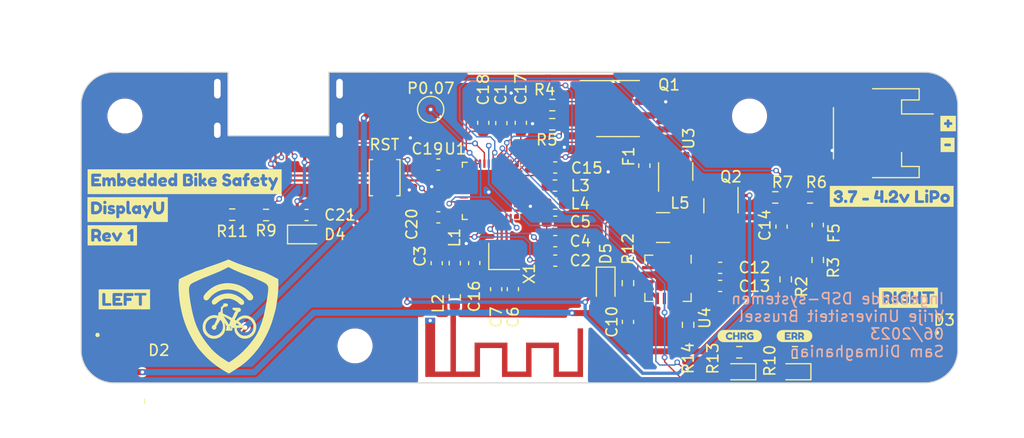
<source format=kicad_pcb>
(kicad_pcb (version 20221018) (generator pcbnew)
  (layers (0 "F.Cu" signal) (31 "B.Cu" signal) (34 "B.Paste" user) (35 "F.Paste" user) (36 "B.SilkS" user "B.Silkscreen") (37 "F.SilkS" user "F.Silkscreen") (38 "B.Mask" user) (39 "F.Mask" user) (44 "Edge.Cuts" user))
  (net 0 "")
  (net 1 "/MCU & Comms/MicroController/RF")
  (net 2 "VDD")
  (net 3 "GND")
  (net 4 "Net-(U1-ANT_RF)")
  (net 5 "Net-(C3-Pad1)")
  (net 6 "Net-(U1-DEC4)")
  (net 7 "BATT+")
  (net 8 "Net-(D2-Pad2)")
  (net 9 "Net-(U4-TIMER)")
  (net 10 "Net-(U4-SS)")
  (net 11 "Net-(U1-DEC3)")
  (net 12 "Net-(U1-DEC1)")
  (net 13 "Net-(U1-DECUSB)")
  (net 14 "VBUS")
  (net 15 "/MCU & Comms/MicroController/IO 5")
  (net 16 "/MCU & Comms/Right")
  (net 17 "/MCU & Comms/Left")
  (net 18 "Net-(D3-Pad2)")
  (net 19 "Net-(D5-K)")
  (net 20 "Charge Fault")
  (net 21 "Net-(D2-Pad1)")
  (net 22 "Net-(D3-Pad1)")
  (net 23 "Charge Status")
  (net 24 "CC1")
  (net 25 "Net-(D10-K)")
  (net 26 "DATA+")
  (net 27 "DATA-")
  (net 28 "Net-(D12-K)")
  (net 29 "Net-(U4-IDET)")
  (net 30 "CC2")
  (net 31 "/MCU & Comms/MicroController/IO 3")
  (net 32 "Net-(L3-Pad1)")
  (net 34 "Net-(F1-Pad1)")
  (net 43 "VBAT")
  (net 49 "Net-(U1-DCC)")
  (net 50 "Net-(U4-SENSE)")
  (net 51 "Net-(U4-SW)")
  (net 52 "/MCU & Comms/MicroController/RST")
  (net 53 "/MCU & Comms/MicroController/X1+")
  (net 54 "/MCU & Comms/MicroController/X1-")
  (footprint "kibuzzard-648A3F17" (layer "F.Cu") (at -61.8 203.15)
    (fp_text reference "kibuzzard-648A3F17" hide)
    (fp_text value "G***" hide)
  )
  (footprint "Capacitor_SMD:C_0603_1608Metric" (layer "F.Cu") (at -100.7935 203.0855 90)
    (fp_text reference "C17")
    (fp_text value "100n")
  )
  (footprint "Inductor_SMD:L_0603_1608Metric" (layer "F.Cu") (at -97.6532 210.4684)
    (fp_text reference "L4")
    (fp_text value "15n")
  )
  (footprint "Diode_SMD:D_SOD-323F" (layer "F.Cu") (at -120.4725 213.283)
    (fp_text reference "D4")
    (fp_text value "BZT52C5V6S-7-F")
  )
  (footprint "Capacitor_SMD:C_0603_1608Metric" (layer "F.Cu") (at -101.5185 218.282 -90)
    (fp_text reference "C6")
    (fp_text value "12p ±2%")
  )
  (footprint "kibuzzard-64865EC8" (layer "F.Cu") (at -80.8225 222.563)
    (fp_text reference "kibuzzard-64865EC8" hide)
    (fp_text value "G***" hide)
  )
  (footprint "kibuzzard-64866148" (layer "F.Cu") (at -136.6725 211.013)
    (fp_text reference "kibuzzard-64866148" hide)
    (fp_text value "G***" hide)
  )
  (footprint "MountingHole:MountingHole_2.7mm_M2.5" (layer "F.Cu") (at -79.9225 202.463)
    (fp_text reference "REF**" hide)
    (fp_text value "MountingHole_2.7mm_M2.5")
  )
  (footprint "Resistor_SMD:R_0603_1608Metric" (layer "F.Cu") (at -91.0181 217.7302 90)
    (fp_text reference "R12")
    (fp_text value "100K")
  )
  (footprint "Package_DFN_QFN:QFN-40-1EP_5x5mm_P0.4mm_EP3.8x3.8mm" (layer "F.Cu") (at -103.52 209.3 -90)
    (fp_text reference "U1")
    (fp_text value "~")
  )
  (footprint "Connector_JST:JST_PH_S2B-PH-SM4-TB_1x02-1MP_P2.00mm_Horizontal" (layer "F.Cu") (at -67.7551 204.0328 -90)
    (fp_text reference "J1" hide)
    (fp_text value "JS2 XH 2.5")
  )
  (footprint "Resistor_SMD:R_0603_1608Metric" (layer "F.Cu") (at -77.5717 209.9002 180)
    (fp_text reference "R7")
    (fp_text value "2M")
  )
  (footprint "Capacitor_SMD:C_0603_1608Metric" (layer "F.Cu") (at -105.044 215.891 -90)
    (fp_text reference "C16")
    (fp_text value "100p ±5%")
  )
  (footprint "VUBRacing_ELO:USB C 2.0 MC 772" (layer "F.Cu") (at -123.00365 196.153)
    (fp_text reference "J2" hide)
    (fp_text value "USB-C USB 2.0 MC-372")
  )
  (footprint "Resistor_SMD:R_0603_1608Metric" (layer "F.Cu") (at -80.8615 224.048 180)
    (fp_text reference "R13")
    (fp_text value "1k")
  )
  (footprint "Diode_SMD:D_SOD-323F" (layer "F.Cu") (at -93.0501 217.8772 -90)
    (fp_text reference "D5")
    (fp_text value "1N5819")
  )
  (footprint "kibuzzard-6486612E" (layer "F.Cu") (at -131.4725 208.463)
    (fp_text reference "kibuzzard-6486612E" hide)
    (fp_text value "G***" hide)
  )
  (footprint "MountingHole:MountingHole_2.7mm_M2.5" (layer "F.Cu") (at -115.9225 223.463)
    (fp_text reference "REF**" hide)
    (fp_text value "MountingHole_2.7mm_M2.5")
  )
  (footprint "Package_SO:SOIC-8_3.9x4.9mm_P1.27mm" (layer "F.Cu") (at -91.9252 201.7816)
    (fp_text reference "Q1")
    (fp_text value "FDS9926A")
  )
  (footprint "Capacitor_SMD:C_0603_1608Metric_Pad1.08x0.95mm_HandSolder" (layer "F.Cu") (at -82.6061 217.9857 180)
    (fp_text reference "C13")
    (fp_text value "0.1µ")
  )
  (footprint "Capacitor_SMD:C_0603_1608Metric" (layer "F.Cu") (at -97.6532 213.8974)
    (fp_text reference "C4")
    (fp_text value "1µ")
  )
  (footprint "Resistor_SMD:R_0603_1608Metric" (layer "F.Cu") (at -97.9225 203.213 180)
    (fp_text reference "R5")
    (fp_text value "22k")
  )
  (footprint "Capacitor_SMD:C_0603_1608Metric" (layer "F.Cu") (at -97.6532 207.1664)
    (fp_text reference "C15")
    (fp_text value "100n")
  )
  (footprint "Capacitor_SMD:C_0603_1608Metric_Pad1.08x0.95mm_HandSolder" (layer "F.Cu") (at -91.0163 221.27 -90)
    (fp_text reference "C10")
    (fp_text value "10uF")
  )
  (footprint "Resistor_SMD:R_0603_1608Metric" (layer "F.Cu") (at -127.1325 211.473)
    (fp_text reference "R11")
    (fp_text value "5.1K")
  )
  (footprint "LED_SMD:LED_0603_1608Metric" (layer "F.Cu") (at -80.836 225.826 180)
    (fp_text reference "D12" hide)
    (fp_text value "PLED")
  )
  (footprint "LED_SMD:LED_0603_1608Metric" (layer "F.Cu") (at -75.807 225.826 180)
    (fp_text reference "D10" hide)
    (fp_text value "C_Fault")
  )
  (footprint "Capacitor_SMD:C_0603_1608Metric_Pad1.08x0.95mm_HandSolder" (layer "F.Cu") (at -77.0007 212.5672 -90)
    (fp_text reference "C14")
    (fp_text value "10µ")
  )
  (footprint "Crystal:Crystal_SMD_SeikoEpson_FA128-4Pin_2.0x1.6mm" (layer "F.Cu") (at -102.3175 215.288)
    (fp_text reference "X1")
    (fp_text value "32MHz ±40 ppm")
  )
  (footprint "VUBRacing_ELO:XPEBRD-L1-0000-00901" (layer "F.Cu") (at -65.564174 226.149811 180)
    (fp_text reference "D3")
    (fp_text value "XPEBRD-L1-0000-00901")
  )
  (footprint "Capacitor_SMD:C_0603_1608Metric" (layer "F.Cu") (at -102.5715 203.1115 90)
    (fp_text reference "C1")
    (fp_text value "1µ")
  )
  (footprint "Resistor_SMD:R_0603_1608Metric" (layer "F.Cu") (at -73.6987 215.6152 -90)
    (fp_text reference "R3")
    (fp_text value "CHP1206AFX-47R0ELF\n")
  )
  (footprint "kibuzzard-64865EDB" (layer "F.Cu") (at -75.8225 222.563)
    (fp_text reference "kibuzzard-64865EDB" hide)
    (fp_text value "G***" hide)
  )
  (footprint "Package_DFN_QFN:QFN-16-1EP_4x4mm_P0.65mm_EP2.15x2.15mm" (layer "F.Cu") (at -87.3631 217.2867 -90)
    (fp_text reference "U4")
    (fp_text value "LTC4001EUF#TRPBF\n")
  )
  (footprint "Capacitor_SMD:C_0603_1608Metric" (layer "F.Cu") (at -108.322 206.8935 180)
    (fp_text reference "C19")
    (fp_text value "4.7µ")
  )
  (footprint "Fuse:Fuse_0603_1608Metric" (layer "F.Cu") (at -73.6987 212.4147 -90)
    (fp_text reference "F5")
    (fp_text value "3A")
  )
  (footprint "kibuzzard-64865F2D" (layer "F.Cu") (at -65.4225 219.063)
    (fp_text reference "kibuzzard-64865F2D" hide)
    (fp_text value "G***" hide)
  )
  (footprint "Resistor_SMD:R_0603_1608Metric" (layer "F.Cu") (at -124.0415 211.505 180)
    (fp_text reference "R9")
    (fp_text value "5.1K")
  )
  (footprint "Resistor_SMD:R_0603_1608Metric" (layer "F.Cu") (at -75.7815 224.048)
    (fp_text reference "R10")
    (fp_text value "470")
  )
  (footprint "Inductor_SMD:L_0603_1608Metric" (layer "F.Cu") (at -106.822 218.952 -90)
    (fp_text reference "L2")
    (fp_text value "2.2n ±5%")
  )
  (footprint "Inductor_SMD:L_0603_1608Metric" (layer "F.Cu") (at -97.6787 208.8174 180)
    (fp_text reference "L3")
    (fp_text value "10µ")
  )
  (footprint "Resistor_SMD:R_0603_1608Metric" (layer "F.Cu") (at -74.3967 209.9002 180)
    (fp_text reference "R6")
    (fp_text value "820K")
  )
  (footprint "Inductor_SMD:L_0603_1608Metric" (layer "F.Cu") (at -106.822 215.904 -90)
    (fp_text reference "L1")
    (fp_text value "4.7n ±5%")
  )
  (footprint "Capacitor_SMD:C_0603_1608Metric" (layer "F.Cu") (at -103.0425 218.282 -90)
    (fp_text reference "C7")
    (fp_text value "12p ±2%")
  )
  (footprint "Fuse:Fuse_0603_1608Metric" (layer "F.Cu") (at -89.5227 206.9952 90)
    (fp_text reference "F1")
    (fp_text value "04941.25NRHF")
  )
  (footprint "Inductor_SMD:L_1210_3225Metric" (layer "F.Cu") (at -87.8131 212.6517)
    (fp_text reference "L5")
    (fp_text value "1.5µ")
  )
  (footprint "Capacitor_SMD:C_0603_1608Metric" (layer "F.Cu") (at -108.473 215.904 90)
    (fp_text reference "C3")
    (fp_text value "1.2p ±5%")
  )
  (footprint "Resistor_SMD:R_0603_1608Metric" (layer "F.Cu") (at -76.6225 217.388 90)
    (fp_text reference "R2")
    (fp_text value "CHP1206AFX-47R0ELF\n")
  )
  (footprint "VUBRacing_ELO:XPEBRD-L1-0000-00901" (layer "F.Cu") (at -136.680826 218.561179)
    (fp_text reference "D2")
    (fp_text value "XPEBRD-L1-0000-00901")
  )
  (footprint "Resistor_SMD:R_0603_1608Metric" (layer "F.Cu") (at -85.5271 221.5417 -90)
    (fp_text reference "R14")
    (fp_text value "274")
  )
  (footprint "Capacitor_SMD:C_0603_1608Metric" (layer "F.Cu") (at -104.2225 203.0855 90)
    (fp_text reference "C18")
    (fp_text value "4.7µ")
  )
  (footprint "kibuzzard-64866152" (layer "F.Cu") (at -138.0725 213.363)
    (fp_text reference "kibuzzard-64866152" hide)
    (fp_text value "G***" hide)
  )
  (footprint "kibuzzard-648A3F39" (layer "F.Cu") (at -61.85 205.1)
    (fp_text reference "kibuzzard-648A3F39" hide)
    (fp_text value "G***" hide)
  )
  (footprint "Resistor_SMD:R_0603_1608Metric" (layer "F.Cu") (at -97.9225 201.463 180)
    (fp_text reference "R4")
    (fp_text value "22k")
  )
  (footprint "kibuzzard-64865F18" (layer "F.Cu") (at -136.9725 219.213)
    (fp_text reference "kibuzzard-64865F18" hide)
    (fp_text value "G***" hide)
  )
  (footprint "TestPoint:TestPoint_Pad_D2.0mm" (layer "F.Cu") (at -109.0225 201.863 90)
    (fp_text reference "TP1" hide)
    (fp_text value "TestPoint")
  )
  (footprint "Capacitor_SMD:C_0603_1608Metric" (layer "F.Cu") (at -120.3455 211.505)
    (fp_text reference "C21")
    (fp_text value "4.7µ")
  )
  (footprint "Package_TO_SOT_SMD:SOT-23" (layer "F.Cu") (at -82.5321 210.6637 -90)
    (fp_text reference "Q2")
    (fp_text value "AO3421E\n")
  )
  (footprint "Capacitor_SMD:C_0603_1608Metric" (layer "F.Cu") (at -108.322 211.7195 180)
    (fp_text reference "C20")
    (fp_text value "100n")
  )
  (footprint "LOGO" (layer "F.Cu") (at -127.6772 221.228698)
    (fp_text reference "G***" hide)
    (fp_text value "LOGO" hide)
  )
  (footprint "MountingHole:MountingHole_2.7mm_M2.5" (layer "F.Cu") (at -136.9225 202.463)
    (fp_text reference "REF**" hide)
    (fp_text value "MountingHole_2.7mm_M2.5")
  )
  (footprint "Capacitor_SMD:C_0603_1608Metric" (layer "F.Cu") (at -97.6532 212.1194)
    (fp_text reference "C5")
    (fp_text value "47n")
  )
  (footprint "kibuzzard-648A3F78" (layer "F.Cu") (at -66.95 209.8)
    (fp_text reference "kibuzzard-648A3F78" hide)
    (fp_text value "G***" hide)
  )
  (footprint "RF_Antenna:Texas_SWRA117D_2.4GHz_Left" (layer "F.Cu") (at -106.9654 221.153 180)
    (fp_text reference "AE1" hide)
    (fp_text value "Antenna" hide)
  )
  (footprint "Capacitor_SMD:C_0603_1608Metric_Pad1.08x0.95mm_HandSolder" (layer "F.Cu") (at -82.6061 216.3347 180)
    (fp_text reference "C12")
    (fp_text value "0.22µ")
  )
  (footprint "Capacitor_SMD:C_0603_1608Metric" (layer "F.Cu") (at -97.6532 215.6754)
    (fp_text reference "C2")
    (fp_text value "1p ±2%")
  )
  (footprint "Package_TO_SOT_SMD:SOT-23-5" (layer "F.Cu") (at -86.6627 207.5286 90)
    (fp_text reference "U3")
    (fp_text value "AP2112K-3.3TRG1\n")
  )
  (footprint "Button_Switch_SMD:SW_SPST_B3U-1000P" (layer "F.Cu") (at -113.2211 208.0968 90)
    (fp_text reference "RST")
    (fp_text value "Jumper_2_Open")
  )
  (gr_line (start -127.51365 204.263) (end -127.51365 198.463) (stroke (width 0.1)) (layer "Edge.Cuts"))
  (gr_line (start -114.21365 198.463) (end -63.9225 198.463) (stroke (width 0.1)) (layer "Edge.Cuts"))
  (gr_line (start -63.9225 226.84168) (end -137.9225 226.84168) (stroke (width 0.1)) (layer "Edge.Cuts"))
  (gr_line (start -137.9225 198.463) (end -131.01365 198.463) (stroke (width 0.1)) (layer "Edge.Cuts"))
  (gr_arc (start -60.9225 223.84168) (mid -61.80118 225.963) (end -63.9225 226.84168) (stroke (width 0.1)) (layer "Edge.Cuts"))
  (gr_line (start -118.31365 204.263) (end -127.51365 204.263) (stroke (width 0.1)) (layer "Edge.Cuts"))
  (gr_arc (start -63.9225 198.463) (mid -61.80118 199.34168) (end -60.9225 201.463) (stroke (width 0.1)) (layer "Edge.Cuts"))
  (gr_line (start -118.31365 198.463) (end -114.21365 198.463) (stroke (width 0.1)) (layer "Edge.Cuts"))
  (gr_line (start -60.9225 201.463) (end -60.9225 223.84168) (stroke (width 0.1)) (layer "Edge.Cuts"))
  (gr_arc (start -140.9225 201.463) (mid -140.04382 199.34168) (end -137.9225 198.463) (stroke (width 0.1)) (layer "Edge.Cuts"))
  (gr_line (start -140.9225 201.463) (end -140.9225 223.84168) (stroke (width 0.1)) (layer "Edge.Cuts"))
  (gr_line (start -118.31365 204.263) (end -118.31365 198.463) (stroke (width 0.1)) (layer "Edge.Cuts"))
  (gr_line (start -127.51365 198.463) (end -131.01365 198.463) (stroke (width 0.1)) (layer "Edge.Cuts"))
  (gr_arc (start -137.9225 226.84168) (mid -140.04382 225.963) (end -140.9225 223.84168) (stroke (width 0.1)) (layer "Edge.Cuts"))
  (gr_text "Ingebedde DSP-systemen\nVrije Universiteit Brussel\n06/2023\nSam Dilmaghanian" (at -62.0725 224.563) (layer "B.SilkS") (effects (font (size 1 1)) (justify left bottom mirror)))
  (gr_text "P0.07" (at -111.2725 200.513) (layer "F.SilkS") (effects (font (size 1 1)) (justify left bottom)))
  (segment (start -106.822 219.7395) (end -106.822 219.8335) (width 0.125) (layer "F.Cu") (net 1))
  (segment (start -89.5227 206.2077) (end -97.4695 206.2077) (width 0.125) (layer "F.Cu") (net 2))
  (segment (start -105.7725 204.213) (end -105.7725 205.513) (width 0.125) (layer "F.Cu") (net 2))
  (segment (start -104.2225 203.8605) (end -102.5975 203.8605) (width 0.125) (layer "F.Cu") (net 2))
  (segment (start -105.7725 205.513) (end -104.92 206.3655) (width 0.125) (layer "F.Cu") (net 2))
  (segment (start -101.72 211.7875) (end -101.72 212.1155) (width 0.125) (layer "F.Cu") (net 2))
  (segment (start -107.547 211.3875) (end -106.4595 210.3) (width 0.125) (layer "F.Cu") (net 2))
  (segment (start -106.4595 210.3) (end -107.1595 210.3) (width 0.125) (layer "F.Cu") (net 2))
  (segment (start -107.547 211.7195) (end -107.547 211.3875) (width 0.125) (layer "F.Cu") (net 2))
  (segment (start -104.92 206.3655) (end -104.92 206.8125) (width 0.125) (layer "F.Cu") (net 2))
  (segment (start -105.7725 202.696071) (end -102.739429 199.663) (width 0.125) (layer "F.Cu") (net 2))
  (segment (start -106.4595 210.3) (end -106.0075 210.3) (width 0.125) (layer "F.Cu") (net 2))
  (segment (start -105.42 203.8605) (end -105.7725 204.213) (width 0.125) (layer "F.Cu") (net 2))
  (segment (start -104.52 206.8125) (end -104.92 206.8125) (width 0.125) (layer "F.Cu") (net 2))
  (segment (start -107.1595 210.3) (end -107.3225 210.463) (width 0.125) (layer "F.Cu") (net 2))
  (segment (start -102.5975 203.8605) (end -102.5715 203.8865) (width 0.125) (layer "F.Cu") (net 2))
  (segment (start -102.739429 199.663) (end -96.7225 199.663) (width 0.125) (layer "F.Cu") (net 2))
  (segment (start -97.4695 206.2077) (end -98.4282 207.1664) (width 0.125) (layer "F.Cu") (net 2))
  (segment (start -104.2225 203.8605) (end -105.42 203.8605) (width 0.125) (layer "F.Cu") (net 2))
  (segment (start -101.72 212.1155) (end -101.2225 212.613) (width 0.125) (layer "F.Cu") (net 2))
  (segment (start -89.3393 206.3911) (end -89.5227 206.2077) (width 0.125) (layer "F.Cu") (net 2))
  (segment (start -87.6127 206.3911) (end -89.3393 206.3911) (width 0.125) (layer "F.Cu") (net 2))
  (segment (start -105.7725 204.213) (end -105.7725 202.696071) (width 0.125) (layer "F.Cu") (net 2))
  (via (at -101.1725 212.663) (size 0.5) (drill 0.3) (layers "F.Cu" "B.Cu") (net 2))
  (via (at -107.3225 210.463) (size 0.5) (drill 0.3) (layers "F.Cu" "B.Cu") (net 2))
  (via (at -96.7225 206.213) (size 0.5) (drill 0.3) (layers "F.Cu" "B.Cu") (net 2))
  (via (at -96.7225 199.663) (size 0.5) (drill 0.3) (layers "F.Cu" "B.Cu") (net 2))
  (via (at -105.4725 205.813) (size 0.5) (drill 0.3) (layers "F.Cu" "B.Cu") (net 2))
  (segment (start -101.555 212.2805) (end -101.555 211.9305) (width 0.125) (layer "B.Cu") (net 2))
  (segment (start -104.46 209.7755) (end -104.46 206.8255) (width 0.125) (layer "B.Cu") (net 2))
  (segment (start -96.1225 200.263) (end -96.1225 205.613) (width 0.125) (layer "B.Cu") (net 2))
  (segment (start -104.3725 209.863) (end -106.7725 209.863) (width 0.125) (layer "B.Cu") (net 2))
  (segment (start -96.1225 205.613) (end -96.7225 206.213) (width 0.125) (layer "B.Cu") (net 2))
  (segment (start -101.555 211.9305) (end -103.6225 209.863) (width 0.125) (layer "B.Cu") (net 2))
  (segment (start -104.3725 209.863) (end -104.46 209.7755) (width 0.125) (layer "B.Cu") (net 2))
  (segment (start -96.7225 199.663) (end -96.1225 200.263) (width 0.125) (layer "B.Cu") (net 2))
  (segment (start -103.6225 209.863) (end -104.3725 209.863) (width 0.125) (layer "B.Cu") (net 2))
  (segment (start -101.1725 212.663) (end -101.555 212.2805) (width 0.125) (layer "B.Cu") (net 2))
  (segment (start -104.46 206.8255) (end -105.4225 205.863) (width 0.125) (layer "B.Cu") (net 2))
  (segment (start -106.7725 209.863) (end -107.3225 210.413) (width 0.125) (layer "B.Cu") (net 2))
  (segment (start -104.2225 202.3105) (end -104.2225 202.263) (width 0.125) (layer "F.Cu") (net 3))
  (segment (start -100.603058 208.7) (end -101.0325 208.7) (width 0.125) (layer "F.Cu") (net 3))
  (segment (start -103.52 209.3) (end -102.92 208.7) (width 0.125) (layer "F.Cu") (net 3))
  (segment (start -103.72 211.7875) (end -103.72 209.5) (width 0.125) (layer "F.Cu") (net 3))
  (segment (start -100.2225 210.413) (end -100.2225 209.080558) (width 0.125) (layer "F.Cu") (net 3))
  (segment (start -100.2225 209.080558) (end -100.603058 208.7) (width 0.125) (layer "F.Cu") (net 3))
  (segment (start -102.92 208.7) (end -101.0325 208.7) (width 0.125) (layer "F.Cu") (net 3))
  (segment (start -103.72 209.5) (end -103.52 209.3) (width 0.125) (layer "F.Cu") (net 3))
  (segment (start -99.9225 210.713) (end -100.2225 210.413) (width 0.125) (layer "F.Cu") (net 3))
  (via (at -72.3725 205.613) (size 0.5) (drill 0.3) (layers "F.Cu" "B.Cu") (net 3))
  (via (at -101.6725 200.363) (size 0.5) (drill 0.3) (layers "F.Cu" "B.Cu") (net 3))
  (via (at -105.7725 214.113) (size 0.5) (drill 0.3) (layers "F.Cu" "B.Cu") (net 3))
  (via (at -110.8725 204.463) (size 0.5) (drill 0.3) (layers "F.Cu" "B.Cu") (net 3))
  (via (at -96.8225 205.313) (size 0.5) (drill 0.3) (layers "F.Cu" "B.Cu") (net 3))
  (via (at -99.9225 210.713) (size 0.5) (drill 0.3) (layers "F.Cu" "B.Cu") (net 3))
  (via (at -92.8225 207.563) (size 0.5) (drill 0.3) (layers "F.Cu" "B.Cu") (net 3))
  (via (at -103.7225 209.413) (size 0.5) (drill 0.3) (layers "F.Cu" "B.Cu") (net 3))
  (via (at -87.5725 201.163) (size 0.5) (drill 0.3) (layers "F.Cu" "B.Cu") (net 3))
  (via (at -99.7225 203.163) (size 0.5) (drill 0.3) (layers "F.Cu" "B.Cu") (net 3))
  (via (at -108.9225 208.913) (size 0.5) (drill 0.3) (layers "F.Cu" "B.Cu") (net 3))
  (via (at -110.9725 209.213) (size 0.5) (drill 0.3) (layers "F.Cu" "B.Cu") (net 3))
  (segment (start -105.0425 213.493) (end -106.3125 213.493) (width 0.125) (layer "F.Cu") (net 4))
  (segment (start -104.12 211.7875) (end -104.12 212.5705) (width 0.125) (layer "F.Cu") (net 4))
  (segment (start -98.4282 215.6754) (end -99.8901 215.6754) (width 0.125) (layer "F.Cu") (net 4))
  (segment (start -106.822 214.0025) (end -106.822 215.1165) (width 0.125) (layer "F.Cu") (net 4))
  (segment (start -99.8901 215.6754) (end -99.9625 215.603) (width 0.125) (layer "F.Cu") (net 4))
  (segment (start -106.3125 213.493) (end -106.822 214.0025) (width 0.125) (layer "F.Cu") (net 4))
  (segment (start -104.12 212.5705) (end -105.0425 213.493) (width 0.125) (layer "F.Cu") (net 4))
  (via (at -105.0225 213.513) (size 0.5) (drill 0.3) (layers "F.Cu" "B.Cu") (net 4))
  (via (at -99.9625 215.603) (size 0.5) (drill 0.3) (layers "F.Cu" "B.Cu") (net 4))
  (segment (start -100.5125 213.513) (end -99.9525 214.073) (width 0.125) (layer "B.Cu") (net 4))
  (segment (start -105.0225 213.513) (end -100.5125 213.513) (width 0.125) (layer "B.Cu") (net 4))
  (segment (start -99.9525 214.073) (end -99.9525 215.613) (width 0.125) (layer "B.Cu") (net 4))
  (segment (start -106.822 218.1645) (end -106.822 216.6915) (width 0.125) (layer "F.Cu") (net 5))
  (segment (start -106.8345 216.679) (end -106.822 216.6915) (width 0.125) (layer "F.Cu") (net 5))
  (segment (start -108.473 216.679) (end -106.8345 216.679) (width 0.125) (layer "F.Cu") (net 5))
  (segment (start -98.9371 210.4684) (end -99.8125 209.593) (width 0.125) (layer "F.Cu") (net 6))
  (segment (start -98.4282 213.8974) (end -98.4282 210.4809) (width 0.125) (layer "F.Cu") (net 6))
  (segment (start -99.8125 208.873) (end -100.3855 208.3) (width 0.125) (layer "F.Cu") (net 6))
  (segment (start -103.32 211.7875) (end -103.32 212.5605) (width 0.125) (layer "F.Cu") (net 6))
  (segment (start -99.8125 209.593) (end -99.8125 208.873) (width 0.125) (layer "F.Cu") (net 6))
  (segment (start -98.4407 210.4684) (end -98.9371 210.4684) (width 0.125) (layer "F.Cu") (net 6))
  (segment (start -98.4282 210.4809) (end -98.4407 210.4684) (width 0.125) (layer "F.Cu") (net 6))
  (segment (start -100.3855 208.3) (end -101.0325 208.3) (width 0.125) (layer "F.Cu") (net 6))
  (segment (start -99.2281 213.8974) (end -99.6025 213.523) (width 0.125) (layer "F.Cu") (net 6))
  (segment (start -98.4282 213.8974) (end -99.2281 213.8974) (width 0.125) (layer "F.Cu") (net 6))
  (segment (start -103.32 212.5605) (end -103.5625 212.803) (width 0.125) (layer "F.Cu") (net 6))
  (via (at -103.5925 212.793) (size 0.5) (drill 0.3) (layers "F.Cu" "B.Cu") (net 6))
  (via (at -99.6025 213.523) (size 0.5) (drill 0.3) (layers "F.Cu" "B.Cu") (net 6))
  (segment (start -103.1975 213.188) (end -103.5925 212.793) (width 0.125) (layer "B.Cu") (net 6))
  (segment (start -99.6025 213.523) (end -99.9375 213.188) (width 0.125) (layer "B.Cu") (net 6))
  (segment (start -99.9375 213.188) (end -103.1975 213.188) (width 0.125) (layer "B.Cu") (net 6))
  (segment (start -82.5321 211.6012) (end -82.5321 212.5726) (width 0.55) (layer "F.Cu") (net 7))
  (segment (start -86.3881 215.4492) (end -85.6425 215.4492) (width 0.55) (layer "F.Cu") (net 7))
  (segment (start -77.0007 211.7047) (end -73.7762 211.7047) (width 0.55) (layer "F.Cu") (net 7))
  (segment (start -64.9051 203.0328) (end -71.5923 203.0328) (width 0.55) (layer "F.Cu") (net 7))
  (segment (start -85.5256 215.5661) (end -85.5256 216.3117) (width 0.55) (layer "F.Cu") (net 7))
  (segment (start -73.5717 205.0122) (end -73.5717 209.9002) (width 0.55) (layer "F.Cu") (net 7))
  (segment (start -82.5321 212.5726) (end -85.5256 215.5661) (width 0.55) (layer "F.Cu") (net 7))
  (segment (start -73.7762 211.7047) (end -73.6987 211.6272) (width 0.55) (layer "F.Cu") (net 7))
  (segment (start -77.0007 211.7047) (end -82.4286 211.7047) (width 0.55) (layer "F.Cu") (net 7))
  (segment (start -73.5717 209.9002) (end -73.5717 211.5002) (width 0.55) (layer "F.Cu") (net 7))
  (segment (start -73.5717 211.5002) (end -73.6987 211.6272) (width 0.55) (layer "F.Cu") (net 7))
  (segment (start -71.5923 203.0328) (end -73.5717 205.0122) (width 0.55) (layer "F.Cu") (net 7))
  (segment (start -82.4286 211.7047) (end -82.5321 211.6012) (width 0.55) (layer "F.Cu") (net 7))
  (segment (start -85.6425 215.4492) (end -85.5256 215.5661) (width 0.55) (layer "F.Cu") (net 7))
  (segment (start -98.1225 198.963) (end -111.4225 198.963) (width 0.55) (layer "F.Cu") (net 8))
  (segment (start -111.4225 198.963) (end -115.0225 202.563) (width 0.55) (layer "F.Cu") (net 8))
  (segment (start -98.1225 198.963) (end -98.5225 198.963) (width 0.55) (layer "F.Cu") (net 8))
  (segment (start -90.0225 198.963) (end -98.1225 198.963) (width 0.55) (layer "F.Cu") (net 8))
  (segment (start -89.4502 199.8766) (end -89.4502 199.5353) (width 0.55) (layer "F.Cu") (net 8))
  (segment (start -89.4502 201.1466) (end -89.4502 199.8766) (width 0.55) (layer "F.Cu") (net 8))
  (segment (start -89.4502 199.5353) (end -90.0225 198.963) (width 0.55) (layer "F.Cu") (net 8))
  (segment (start -126.6225 222.463) (end -125.9225 221.763) (width 0.55) (layer "F.Cu") (net 8))
  (segment (start -135.5225 222.463) (end -126.6225 222.463) (width 0.55) (layer "F.Cu") (net 8))
  (via (at -115.1225 202.663) (size 0.5) (drill 0.3) (layers "F.Cu" "B.Cu") (net 8))
  (via (at -125.9225 221.763) (size 0.5) (drill 0.3) (layers "F.Cu" "B.Cu") (net 8))
  (segment (start -115.1225 210.963) (end -125.8225 221.663) (width 0.55) (layer "B.Cu") (net 8))
  (segment (start -115.1225 202.663) (end -115.1225 210.963) (width 0.55) (layer "B.Cu") (net 8))
  (segment (start -84.0956 216.9617) (end -85.5256 216.9617) (width 0.125) (layer "F.Cu") (net 9))
  (segment (start -83.4686 216.3347) (end -84.0956 216.9617) (width 0.125) (layer "F.Cu") (net 9))
  (segment (start -83.8426 217.6117) (end -85.5256 217.6117) (width 0.125) (layer "F.Cu") (net 10))
  (segment (start -83.4686 217.9857) (end -83.8426 217.6117) (width 0.125) (layer "F.Cu") (net 10))
  (segment (start -105.044 215.116) (end -105.044 214.7045) (width 0.125) (layer "F.Cu") (net 11))
  (segment (start -105.044 215.116) (end -103.871 213.943) (width 0.125) (layer "F.Cu") (net 11))
  (segment (start -102.92 213.7205) (end -103.1425 213.943) (width 0.125) (layer "F.Cu") (net 11))
  (segment (start -102.92 211.7875) (end -102.92 213.7205) (width 0.125) (layer "F.Cu") (net 11))
  (segment (start -103.871 213.943) (end -103.1425 213.943) (width 0.125) (layer "F.Cu") (net 11))
  (segment (start -101.72 206.8125) (end -100.7935 205.886) (width 0.125) (layer "F.Cu") (net 12))
  (segment (start -100.7935 205.886) (end -100.7935 203.8605) (width 0.125) (layer "F.Cu") (net 12))
  (segment (start -106.614 206.8935) (end -106.0075 207.5) (width 0.125) (layer "F.Cu") (net 13))
  (segment (start -107.547 206.8935) (end -106.614 206.8935) (width 0.125) (layer "F.Cu") (net 13))
  (segment (start -120.51365 204.663) (end -120.51365 206.74415) (width 0.3) (layer "F.Cu") (net 14))
  (segment (start -105.32 206.8125) (end -108.2695 203.863) (width 0.125) (layer "F.Cu") (net 14))
  (segment (start -121.1205 212.831) (end -121.5725 213.283) (width 0.3) (layer "F.Cu") (net 14))
  (segment (start -91.0181 218.5552) (end -92.6281 218.5552) (width 0.3) (layer "F.Cu") (net 14))
  (segment (start -89.2006 218.2617) (end -88.3381 219.1242) (width 0.3) (layer "F.Cu") (net 14))
  (segment (start -90.7246 218.2617) (end -91.0181 218.5552) (width 0.3) (layer "F.Cu") (net 14))
  (segment (start -89.2006 218.2617) (end -90.7246 218.2617) (width 0.3) (layer "F.Cu") (net 14))
  (segment (start -81.5821 209.7262) (end -79.9357 209.7262) (width 0.3) (layer "F.Cu") (net 14))
  (segment (start -125.31365 206.80415) (end -125.36365 206.80415) (width 0.3) (layer "F.Cu") (net 14))
  (segment (start -129.7725 213.513) (end -129.4025 213.883) (width 0.3) (layer "F.Cu") (net 14))
  (segment (start -115.735 204.9255) (end -117.5125 206.703) (width 0.125) (layer "F.Cu") (net 14))
  (segment (start -121.2025 210.243) (end -117.8925 210.243) (width 0.3) (layer "F.Cu") (net 14))
  (segment (start -93.0501 218.9772) (end -94.4367 218.9772) (width 0.3) (layer "F.Cu") (net 14))
  (segment (start -94.4367 218.9772) (end -94.9225 219.463) (width 0.3) (layer "F.Cu") (net 14))
  (segment (start -91.0181 218.5552) (end -91.0181 220.4057) (width 0.3) (layer "F.Cu") (net 14))
  (segment (start -117.5125 206.703) (end -120.5425 206.703) (width 0.125) (layer "F.Cu") (net 14))
  (segment (start -111.6725 203.863) (end -112.735 204.9255) (width 0.125) (layer "F.Cu") (net 14))
  (segment (start -111.1725 216.963) (end -111.1725 219.463) (width 0.3) (layer "F.Cu") (net 14))
  (segment (start -122.1725 213.883) (end -121.5725 213.283) (width 0.3) (layer "F.Cu") (net 14))
  (segment (start -108.2695 203.863) (end -111.6725 203.863) (width 0.125) (layer "F.Cu") (net 14))
  (segment (start -112.735 204.9255) (end -115.735 204.9255) (width 0.125) (layer "F.Cu") (net 14))
  (segment (start -121.1205 211.505) (end -121.1205 212.831) (width 0.3) (layer "F.Cu") (net 14))
  (segment (start -91.0181 220.4057) (end -91.0163 220.4075) (width 0.3) (layer "F.Cu") (net 14))
  (segment (start -125.36365 206.80415) (end -129.7725 211.213) (width 0.3) (layer "F.Cu") (net 14))
  (segment (start -117.8925 210.243) (end -111.1725 216.963) (width 0.3) (layer "F.Cu") (net 14))
  (segment (start -121.2025 210.243) (end -121.2025 211.423) (width 0.3) (layer "F.Cu") (net 14))
  (segment (start -92.6281 218.5552) (end -93.0501 218.9772) (width 0.3) (layer "F.Cu") (net 14))
  (segment (start -121.2025 211.423) (end -121.1205 211.505) (width 0.3) (layer "F.Cu") (net 14))
  (segment (start -125.31365 204.663) (end -125.31365 206.80415) (width 0.3) (layer "F.Cu") (net 14))
  (segment (start -129.7725 211.213) (end -129.7725 213.513) (width 0.3) (layer "F.Cu") (net 14))
  (segment (start -129.4025 213.883) (end -122.1725 213.883) (width 0.3) (layer "F.Cu") (net 14))
  (via (at -121.2025 210.243) (size 0.5) (drill 0.3) (layers "F.Cu" "B.Cu") (net 14))
  (via (at -94.9225 219.463) (size 0.5) (drill 0.3) (layers "F.Cu" "B.Cu") (net 14))
  (via (at -120.5425 206.703) (size 0.5) (drill 0.3) (layers "F.Cu" "B.Cu") (net 14))
  (via (at -111.1725 219.463) (size 0.5) (drill 0.3) (layers "F.Cu" "B.Cu") (net 14))
  (via (at -79.9225 209.713) (size 0.5) (drill 0.3) (layers "F.Cu" "B.Cu") (net 14))
  (segment (start -111.1725 219.463) (end -94.9225 219.463) (width 0.3) (layer "B.Cu") (net 14))
  (segment (start -120.5425 209.643) (end -121.1625 210.263) (width 0.3) (layer "B.Cu") (net 14))
  (segment (start -79.9225 209.713) (end -79.9225 219.463) (width 0.3) (layer "B.Cu") (net 14))
  (segment (start -89.6725 225.963) (end -94.9225 220.713) (width 0.3) (layer "B.Cu") (net 14))
  (segment (start -79.9225 219.463) (end -86.4225 225.963) (width 0.3) (layer "B.Cu") (net 14))
  (segment (start -94.9225 220.713) (end -94.9225 219.463) (width 0.3) (layer "B.Cu") (net 14))
  (segment (start -120.5425 206.703) (end -120.5425 209.643) (width 0.3) (layer "B.Cu") (net 14))
  (segment (start -86.4225 225.963) (end -89.6725 225.963) (width 0.3) (layer "B.Cu") (net 14))
  (segment (start -104.12 205.8155) (end -104.9725 204.963) (width 0.125) (layer "F.Cu") (net 15))
  (segment (start -104.12 206.8125) (end -104.12 205.8155) (width 0.125) (layer "F.Cu") (net 15))
  (via (at -104.9725 204.963) (size 0.5) (drill 0.3) (layers "F.Cu" "B.Cu") (net 15))
  (via (at -109.0225 201.863) (size 0.5) (drill 0.3) (layers "F.Cu" "B.Cu") (net 15))
  (segment (start -104.9725 204.963) (end -105.9225 204.963) (width 0.125) (layer "B.Cu") (net 15))
  (segment (start -105.9225 204.963) (end -109.0225 201.863) (width 0.125) (layer "B.Cu") (net 15))
  (segment (start -101.6725 205.935558) (end -101.6725 201.363) (width 0.125) (layer "F.Cu") (net 16))
  (segment (start -94.4002 201.1466) (end -96.7811 201.1466) (width 0.125) (layer "F.Cu") (net 16))
  (segment (start -96.7811 201.1466) (end -97.0975 201.463) (width 0.125) (layer "F.Cu") (net 16))
  (segment (start -100.3725 200.063) (end -98.4975 200.063) (width 0.125) (layer "F.Cu") (net 16))
  (segment (start -101.6725 201.363) (end -100.3725 200.063) (width 0.125) (layer "F.Cu") (net 16))
  (segment (start -102.12 206.8125) (end -102.12 206.383058) (width 0.125) (layer "F.Cu") (net 16))
  (segment (start -98.4975 200.063) (end -97.0975 201.463) (width 0.125) (layer "F.Cu") (net 16))
  (segment (start -102.12 206.383058) (end -101.6725 205.935558) (width 0.125) (layer "F.Cu") (net 16))
  (segment (start -102.5225 206.213) (end -102.0725 205.763) (width 0.125) (layer "F.Cu") (net 17))
  (segment (start -97.0975 203.213) (end -97.0975 204.07776) (width 0.125) (layer "F.Cu") (net 17))
  (segment (start -102.0725 205.763) (end -102.0725 204.913) (width 0.125) (layer "F.Cu") (net 17))
  (segment (start -102.52 206.8125) (end -102.5225 206.81) (width 0.125) (layer "F.Cu") (net 17))
  (segment (start -97.0975 204.07776) (end -97.310631 204.290891) (width 0.125) (layer "F.Cu") (net 17))
  (segment (start -96.6239 203.6866) (end -97.0975 203.213) (width 0.125) (layer "F.Cu") (net 17))
  (segment (start -102.5225 206.81) (end -102.5225 206.213) (width 0.125) (layer "F.Cu") (net 17))
  (segment (start -94.4002 203.6866) (end -96.6239 203.6866) (width 0.125) (layer "F.Cu") (net 17))
  (via (at -97.310631 204.290891) (size 0.5) (drill 0.3) (layers "F.Cu" "B.Cu") (net 17))
  (via (at -102.0725 204.913) (size 0.5) (drill 0.3) (layers "F.Cu" "B.Cu") (net 17))
  (segment (start -101.4725 204.313) (end -102.0725 204.913) (width 0.125) (layer "B.Cu") (net 17))
  (segment (start -97.3225 204.313) (end -101.4725 204.313) (width 0.125) (layer "B.Cu") (net 17))
  (segment (start -84.9489 203.6866) (end -89.4502 203.6866) (width 0.55) (layer "F.Cu") (net 18))
  (segment (start -66.7225 222.24799) (end -66.7225 224.44799) (width 0.55) (layer "F.Cu") (net 18))
  (segment (start -63.254795 201.9078) (end -68.3673 201.9078) (width 0.55) (layer "F.Cu") (net 18))
  (segment (start -78.1725 205.963) (end -82.6725 205.963) (width 0.55) (layer "F.Cu") (net 18))
  (segment (start -66.7225 224.44799) (end -66.20749 224.963) (width 0.55) (layer "F.Cu") (net 18))
  (segment (start -74.4225 202.213) (end -78.1725 205.963) (width 0.55) (layer "F.Cu") (net 18))
  (segment (start -82.6725 205.963) (end -84.9489 203.6866) (width 0.55) (layer "F.Cu") (net 18))
  (segment (start -63.1725 224.963) (end -62.1725 223.963) (width 0.55) (layer "F.Cu") (net 18))
  (segment (start -89.4502 202.4166) (end -89.4502 203.6866) (width 0.55) (layer "F.Cu") (net 18))
  (segment (start -62.1725 202.990095) (end -63.254795 201.9078) (width 0.55) (layer "F.Cu") (net 18))
  (segment (start -62.1725 223.963) (end -62.1725 202.990095) (width 0.55) (layer "F.Cu") (net 18))
  (segment (start -68.3673 201.9078) (end -68.6725 202.213) (width 0.55) (layer "F.Cu") (net 18))
  (segment (start -66.20749 224.963) (end -63.1725 224.963) (width 0.55) (layer "F.Cu") (net 18))
  (segment (start -68.6725 202.213) (end -74.4225 202.213) (width 0.55) (layer "F.Cu") (net 18))
  (segment (start -86.983563 207.7411) (end -86.1444 207.7411) (width 0.125) (layer "F.Cu") (net 19))
  (segment (start -85.7127 208.1728) (end -85.7127 208.6661) (width 0.125) (layer "F.Cu") (net 19))
  (segment (start -93.0501 216.7772) (end -93.0501 212.2906) (width 0.125) (layer "F.Cu") (net 19))
  (segment (start -87.6127 208.370237) (end -86.983563 207.7411) (width 0.125) (layer "F.Cu") (net 19))
  (segment (start -85.7127 208.6661) (end -84.5422 208.6661) (width 0.125) (layer "F.Cu") (net 19))
  (segment (start -86.1444 207.7411) (end -85.7127 208.1728) (width 0.125) (layer "F.Cu") (net 19))
  (segment (start -87.6127 208.6661) (end -87.6127 208.370237) (width 0.125) (layer "F.Cu") (net 19))
  (segment (start -93.0501 216.7772) (end -93.0501 216.9654) (width 0.3) (layer "F.Cu") (net 19))
  (segment (start -93.0501 212.2906) (end -89.4256 208.6661) (width 0.125) (layer "F.Cu") (net 19))
  (segment (start -89.4256 208.6661) (end -87.6127 208.6661) (width 0.125) (layer "F.Cu") (net 19))
  (segment (start -84.5422 208.6661) (end -83.4821 209.7262) (width 0.125) (layer "F.Cu") (net 19))
  (segment (start -86.022 226.5635) (end -87.6725 224.913) (width 0.125) (layer "F.Cu") (net 20))
  (segment (start -102.4725 205.703381) (end -102.4725 205.413) (width 0.125) (layer "F.Cu") (net 20))
  (segment (start -87.6881 220.3974) (end -87.6725 220.413) (width 0.125) (layer "F.Cu") (net 20))
  (segment (start -77.332 226.5635) (end -86.022 226.5635) (width 0.125) (layer "F.Cu") (net 20))
  (segment (start -87.6725 224.913) (end -87.6725 224.513) (width 0.125) (layer "F.Cu") (net 20))
  (segment (start -102.92 206.8125) (end -102.92 206.150881) (width 0.125) (layer "F.Cu") (net 20))
  (segment (start -102.92 206.150881) (end -102.4725 205.703381) (width 0.125) (layer "F.Cu") (net 20))
  (segment (start -76.5945 225.826) (end -77.332 226.5635) (width 0.125) (layer "F.Cu") (net 20))
  (segment (start -87.6881 219.1242) (end -87.6881 220.3974) (width 0.125) (layer "F.Cu") (net 20))
  (via (at -87.6725 224.513) (size 0.5) (drill 0.3) (layers "F.Cu" "B.Cu") (net 20))
  (via (at -87.6725 220.413) (size 0.5) (drill 0.3) (layers "F.Cu" "B.Cu") (net 20))
  (via (at -102.4725 205.413) (size 0.5) (drill 0.3) (layers "F.Cu" "B.Cu") (net 20))
  (segment (start -87.6725 217.788215) (end -87.6725 220.413) (width 0.125) (layer "B.Cu") (net 20))
  (segment (start -102.4725 205.413) (end -96.6225 211.263) (width 0.125) (layer "B.Cu") (net 20))
  (segment (start -87.6725 220.413) (end -87.6725 224.513) (width 0.125) (layer "B.Cu") (net 20))
  (segment (start -96.6225 211.263) (end -94.197715 211.263) (width 0.125) (layer "B.Cu") (net 20))
  (segment (start -94.197715 211.263) (end -87.6725 217.788215) (width 0.125) (layer "B.Cu") (net 20))
  (segment (start -84.3225 223.963) (end -91.1225 223.963) (width 0.55) (layer "F.Cu") (net 21))
  (segment (start -76.7997 216.4402) (end -84.3225 223.963) (width 0.55) (layer "F.Cu") (net 21))
  (segment (start -138.3225 222.463) (end -138.3225 224.663) (width 0.55) (layer "F.Cu") (net 21))
  (segment (start -138.3225 224.663) (end -137.1225 225.863) (width 0.55) (layer "F.Cu") (net 21))
  (segment (start -94.6225 220.463) (end -96.1225 220.463) (width 0.55) (layer "F.Cu") (net 21))
  (segment (start -91.1225 223.963) (end -94.6225 220.463) (width 0.55) (layer "F.Cu") (net 21))
  (segment (start -137.1225 225.863) (end -135.4225 225.863) (width 0.55) (layer "F.Cu") (net 21))
  (via (at -135.3225 225.863) (size 0.5) (drill 0.3) (layers "F.Cu" "B.Cu") (net 21))
  (via (at -96.1225 220.463) (size 0.5) (drill 0.3) (layers "F.Cu" "B.Cu") (net 21))
  (segment (start -119.6875 220.428) (end -96.1575 220.428) (width 0.55) (layer "B.Cu") (net 21))
  (segment (start -125.1225 225.863) (end -119.6875 220.428) (width 0.55) (layer "B.Cu") (net 21))
  (segment (start -135.3225 225.863) (end -125.1225 225.863) (width 0.55) (layer "B.Cu") (net 21))
  (segment (start -73.6987 216.4402) (end -71.9259 218.213) (width 0.55) (layer "F.Cu") (net 22))
  (segment (start -65.75749 218.213) (end -63.9225 220.04799) (width 0.55) (layer "F.Cu") (net 22))
  (segment (start -63.9225 220.04799) (end -63.9225 222.24799) (width 0.55) (layer "F.Cu") (net 22))
  (segment (start -71.9259 218.213) (end -65.75749 218.213) (width 0.55) (layer "F.Cu") (net 22))
  (segment (start -89.2006 217.6117) (end -89.7738 217.6117) (width 0.125) (layer "F.Cu") (net 23))
  (segment (start -89.7738 217.6117) (end -90.1225 217.263) (width 0.125) (layer "F.Cu") (net 23))
  (segment (start -85.6595 225.826) (end -86.5225 224.963) (width 0.125) (layer "F.Cu") (net 23))
  (segment (start -90.1225 217.263) (end -90.1225 216.063) (width 0.125) (layer "F.Cu") (net 23))
  (segment (start -103.72 206.8125) (end -103.72 205.1655) (width 0.125) (layer "F.Cu") (net 23))
  (segment (start -81.6235 225.826) (end -85.6595 225.826) (width 0.125) (layer "F.Cu") (net 23))
  (segment (start -90.1225 216.063) (end -90.7225 215.463) (width 0.125) (layer "F.Cu") (net 23))
  (via (at -86.5225 224.963) (size 0.5) (drill 0.3) (layers "F.Cu" "B.Cu") (net 23))
  (via (at -90.7225 215.463) (size 0.5) (drill 0.3) (layers "F.Cu" "B.Cu") (net 23))
  (via (at -103.7225 205.163) (size 0.5) (drill 0.3) (layers "F.Cu" "B.Cu") (net 23))
  (segment (start -88.4725 217.713) (end -88.4725 224.863) (width 0.125) (layer "B.Cu") (net 23))
  (segment (start -90.7225 215.463) (end -88.6225 217.563) (width 0.125) (layer "B.Cu") (net 23))
  (segment (start -88.4725 224.863) (end -88.1225 225.213) (width 0.125) (layer "B.Cu") (net 23))
  (segment (start -99.9725 212.463) (end -93.7225 212.463) (width 0.125) (layer "B.Cu") (net 23))
  (segment (start -88.1225 225.213) (end -86.7725 225.213) (width 0.125) (layer "B.Cu") (net 23))
  (segment (start -86.7725 225.213) (end -86.5225 224.963) (width 0.125) (layer "B.Cu") (net 23))
  (segment (start -103.7225 205.163) (end -103.7225 208.713) (width 0.125) (layer "B.Cu") (net 23))
  (segment (start -88.6225 217.563) (end -88.4725 217.713) (width 0.125) (layer "B.Cu") (net 23))
  (segment (start -93.7225 212.463) (end -90.7225 215.463) (width 0.125) (layer "B.Cu") (net 23))
  (segment (start -103.7225 208.713) (end -99.9725 212.463) (width 0.125) (layer "B.Cu") (net 23))
  (segment (start -121.66365 205.90185) (end -121.4225 206.143) (width 0.125) (layer "F.Cu") (net 24))
  (segment (start -121.66365 204.663) (end -121.66365 205.90185) (width 0.125) (layer "F.Cu") (net 24))
  (segment (start -123.2165 210.357) (end -122.8925 210.033) (width 0.125) (layer "F.Cu") (net 24))
  (segment (start -123.2165 211.505) (end -123.2165 210.357) (width 0.125) (layer "F.Cu") (net 24))
  (via (at -121.4325 206.143) (size 0.5) (drill 0.3) (layers "F.Cu" "B.Cu") (net 24))
  (via (at -122.8425 210.033) (size 0.5) (drill 0.3) (layers "F.Cu" "B.Cu") (net 24))
  (segment (start -121.4325 208.623) (end -121.4325 206.143) (width 0.125) (layer "B.Cu") (net 24))
  (segment (start -122.8425 210.033) (end -121.4325 208.623) (width 0.125) (layer "B.Cu") (net 24))
  (segment (start -76.6065 224.048) (end -76.6065 224.239) (width 0.125) (layer "F.Cu") (net 25))
  (segment (start -76.6065 224.239) (end -75.0195 225.826) (width 0.125) (layer "F.Cu") (net 25))
  (segment (start -122.66365 204.663) (end -122.66365 206.20185) (width 0.2) (layer "F.Cu") (net 26))
  (segment (start -122.66365 204.663) (end -122.56365 204.663) (width 0.2) (layer "F.Cu") (net 26))
  (segment (start -123.63865 206.81505) (end -122.1057 208.348) (width 0.2) (layer "F.Cu") (net 26))
  (segment (start -106.7175 208.348) (end -106.6695 208.3) (width 0.2) (layer "F.Cu") (net 26))
  (segment (start -123.63865 205.288001) (end -123.63865 206.81505) (width 0.2) (layer "F.Cu") (net 26))
  (segment (start -122.1057 208.348) (end -106.7175 208.348) (width 0.2) (layer "F.Cu") (net 26))
  (segment (start -123.66365 205.263001) (end -123.63865 205.288001) (width 0.2) (layer "F.Cu") (net 26))
  (segment (start -123.66365 204.663) (end -123.66365 205.263001) (width 0.2) (layer "F.Cu") (net 26))
  (segment (start -106.6695 208.3) (end -106.0075 208.3) (width 0.2) (layer "F.Cu") (net 26))
  (via (at -123.6125 206.833) (size 0.5) (drill 0.3) (layers "F.Cu" "B.Cu") (net 26))
  (via (at -122.6425 206.243) (size 0.5) (drill 0.3) (layers "F.Cu" "B.Cu") (net 26))
  (segment (start -123.0225 206.243) (end -123.6125 206.833) (width 0.2) (layer "B.Cu") (net 26))
  (segment (start -122.6425 206.243) (end -123.0225 206.243) (width 0.2) (layer "B.Cu") (net 26))
  (segment (start -121.9193 207.898) (end -107.3825 207.898) (width 0.2) (layer "F.Cu") (net 27))
  (segment (start -123.16365 204.663) (end -123.16365 205.263001) (width 0.2) (layer "F.Cu") (net 27))
  (segment (start -123.16365 204.663) (end -123.113631 204.713019) (width 0.2) (layer "F.Cu") (net 27))
  (segment (start -122.16365 204.663) (end -122.16365 207.64415) (width 0.2) (layer "F.Cu") (net 27))
  (segment (start -107.3825 207.898) (end -107.3805 207.9) (width 0.2) (layer "F.Cu") (net 27))
  (segment (start -123.18865 205.288001) (end -123.18865 206.62865) (width 0.2) (layer "F.Cu") (net 27))
  (segment (start -107.3805 207.9) (end -106.0075 207.9) (width 0.2) (layer "F.Cu") (net 27))
  (segment (start -122.16365 207.64415) (end -122.1684 207.6489) (width 0.2) (layer "F.Cu") (net 27))
  (segment (start -122.1684 207.6489) (end -121.9193 207.898) (width 0.2) (layer "F.Cu") (net 27))
  (segment (start -123.18865 206.62865) (end -122.1684 207.6489) (width 0.2) (layer "F.Cu") (net 27))
  (segment (start -123.16365 205.263001) (end -123.18865 205.288001) (width 0.2) (layer "F.Cu") (net 27))
  (segment (start -80.0365 225.814) (end -80.0485 225.826) (width 0.125) (layer "F.Cu") (net 28))
  (segment (start -80.0365 224.048) (end -80.0365 225.814) (width 0.125) (layer "F.Cu") (net 28))
  (segment (start -85.5271 219.9852) (end -85.5271 220.7167) (width 0.125) (layer "F.Cu") (net 29))
  (segment (start -86.3881 219.1242) (end -85.5256 218.2617) (width 0.125) (layer "F.Cu") (net 29))
  (segment (start -86.3881 219.1242) (end -85.5271 219.9852) (width 0.125) (layer "F.Cu") (net 29))
  (segment (start -124.66365 204.663) (end -124.66365 208.17915) (width 0.125) (layer "F.Cu") (net 30))
  (segment (start -124.66365 208.17915) (end -127.9575 211.473) (width 0.125) (layer "F.Cu") (net 30))
  (segment (start -76.7467 209.9002) (end -75.2217 209.9002) (width 0.125) (layer "F.Cu") (net 31))
  (segment (start -103.32 205.9605) (end -103.1725 205.813) (width 0.125) (layer "F.Cu") (net 31))
  (segment (start -76.7467 209.9002) (end -76.7467 208.1388) (width 0.125) (layer "F.Cu") (net 31))
  (segment (start -103.32 206.8125) (end -103.32 205.9605) (width 0.125) (layer "F.Cu") (net 31))
  (segment (start -76.7467 208.1388) (end -77.4725 207.413) (width 0.125) (layer "F.Cu") (net 31))
  (via (at -77.494432 207.447229) (size 0.5) (drill 0.3) (layers "F.Cu" "B.Cu") (net 31))
  (via (at -103.1725 205.813) (size 0.5) (drill 0.3) (layers "F.Cu" "B.Cu") (net 31))
  (segment (start -92.4725 199.013) (end -105.5225 199.013) (width 0.125) (layer "B.Cu") (net 31))
  (segment (start -106.3725 202.813) (end -104.8225 204.363) (width 0.125) (layer "B.Cu") (net 31))
  (segment (start -105.5225 199.013) (end -106.3725 199.863) (width 0.125) (layer "B.Cu") (net 31))
  (segment (start -104.8225 204.363) (end -103.5725 204.363) (width 0.125) (layer "B.Cu") (net 31))
  (segment (start -84.038271 207.447229) (end -92.4725 199.013) (width 0.125) (layer "B.Cu") (net 31))
  (segment (start -103.1725 204.763) (end -103.1725 205.813) (width 0.125) (layer "B.Cu") (net 31))
  (segment (start -103.5725 204.363) (end -103.1725 204.763) (width 0.125) (layer "B.Cu") (net 31))
  (segment (start -106.3725 199.863) (end -106.3725 202.813) (width 0.125) (layer "B.Cu") (net 31))
  (segment (start -77.494432 207.447229) (end -84.038271 207.447229) (width 0.125) (layer "B.Cu") (net 31))
  (segment (start -96.8912 210.4429) (end -96.8657 210.4684) (width 0.125) (layer "F.Cu") (net 32))
  (segment (start -96.8912 208.8174) (end -96.8912 210.4429) (width 0.125) (layer "F.Cu") (net 32))
  (segment (start -98.3955 204.863) (end -87.7225 204.863) (width 0.125) (layer "F.Cu") (net 34))
  (segment (start -87.415082 207.713) (end -89.453 207.713) (width 0.125) (layer "F.Cu") (net 34))
  (segment (start -89.5227 207.7827) (end -89.358329 207.618329) (width 0.125) (layer "F.Cu") (net 34))
  (segment (start -89.453 207.713) (end -89.5227 207.7827) (width 0.125) (layer "F.Cu") (net 34))
  (segment (start -101.0325 207.5) (end -98.3955 204.863) (width 0.125) (layer "F.Cu") (net 34))
  (segment (start -86.6725 207.013) (end -86.6725 205.913) (width 0.125) (layer "F.Cu") (net 34))
  (segment (start -86.715082 207.013) (end -87.415082 207.713) (width 0.125) (layer "F.Cu") (net 34))
  (segment (start -86.6725 207.013) (end -86.715082 207.013) (width 0.125) (layer "F.Cu") (net 34))
  (segment (start -86.6725 205.913) (end -87.7225 204.863) (width 0.125) (layer "F.Cu") (net 34))
  (segment (start -89.203 207.463) (end -89.5227 207.7827) (width 0.125) (layer "F.Cu") (net 34))
  (segment (start -76.6225 218.263) (end -81.6865 223.327) (width 0.125) (layer "F.Cu") (net 43))
  (segment (start -75.1225 216.713) (end -75.1225 216.214) (width 0.125) (layer "F.Cu") (net 43))
  (segment (start -76.6225 218.213) (end -75.1225 216.713) (width 0.125) (layer "F.Cu") (net 43))
  (segment (start -81.6865 223.327) (end -81.6865 224.048) (width 0.125) (layer "F.Cu") (net 43))
  (segment (start -75.1225 216.214) (end -73.6987 214.7902) (width 0.125) (layer "F.Cu") (net 43))
  (segment (start -76.6225 218.213) (end -76.6225 218.263) (width 0.125) (layer "F.Cu") (net 43))
  (segment (start -73.6987 214.7902) (end -73.6987 213.2022) (width 0.55) (layer "F.Cu") (net 43))
  (segment (start -99.3836 207.9) (end -101.0325 207.9) (width 0.125) (layer "F.Cu") (net 49))
  (segment (start -98.4662 208.8174) (end -99.3836 207.9) (width 0.125) (layer "F.Cu") (net 49))
  (segment (start -87.0381 215.4492) (end -87.0381 213.2767) (width 0.125) (layer "F.Cu") (net 50))
  (segment (start -87.0381 213.2767) (end -86.4131 212.6517) (width 0.125) (layer "F.Cu") (net 50))
  (segment (start -89.2006 216.3117) (end -89.2006 212.6642) (width 0.125) (layer "F.Cu") (net 51))
  (segment (start -89.2006 212.6642) (end -89.2131 212.6517) (width 0.125) (layer "F.Cu") (net 51))
  (segment (start -109.3855 209.5) (end -109.7225 209.163) (width 0.125) (layer "F.Cu") (net 52))
  (segment (start -113.2211 206.3968) (end -111.1887 206.3968) (width 0.125) (layer "F.Cu") (net 52))
  (segment (start -106.0075 209.5) (end -109.3855 209.5) (width 0.125) (layer "F.Cu") (net 52))
  (segment (start -111.1887 206.3968) (end -111.1225 206.463) (width 0.125) (layer "F.Cu") (net 52))
  (via (at -109.8225 209.063) (size 0.5) (drill 0.3) (layers "F.Cu" "B.Cu") (net 52))
  (via (at -111.1225 206.463) (size 0.5) (drill 0.3) (layers "F.Cu" "B.Cu") (net 52))
  (segment (start -111.1225 207.763) (end -111.1225 206.463) (width 0.125) (layer "B.Cu") (net 52))
  (segment (start -109.8225 209.063) (end -111.1225 207.763) (width 0.125) (layer "B.Cu") (net 52))
  (segment (start -102.12 213.0505) (end -102.0925 213.078) (width 0.2) (layer "F.Cu") (net 53))
  (segment (start -101.5925 214.408) (end -101.5925 215.120501) (width 0.2) (layer "F.Cu") (net 53))
  (segment (start -101.5925 216.270501) (end -101.5925 215.120501) (width 0.2) (layer "F.Cu") (net 53))
  (segment (start -102.0925 213.908) (end -101.5925 214.408) (width 0.2) (layer "F.Cu") (net 53))
  (segment (start -101.5185 216.344501) (end -101.5925 216.270501) (width 0.2) (layer "F.Cu") (net 53))
  (segment (start -101.5925 217.598) (end -101.5925 216.028) (width 0.2) (layer "F.Cu") (net 53))
  (segment (start -102.0925 213.078) (end -102.0925 213.908) (width 0.2) (layer "F.Cu") (net 53))
  (segment (start -102.12 211.7875) (end -102.12 213.0505) (width 0.2) (layer "F.Cu") (net 53))
  (segment (start -103.0425 214.408) (end -102.5425 213.908) (width 0.2) (layer "F.Cu") (net 54))
  (segment (start -103.0425 215.120501) (end -103.0425 214.408) (width 0.2) (layer "F.Cu") (net 54))
  (segment (start -103.0425 214.619) (end -103.0425 217.413) (width 0.2) (layer "F.Cu") (net 54))
  (segment (start -102.5425 212.911501) (end -102.53 212.899001) (width 0.2) (layer "F.Cu") (net 54))
  (segment (start -102.5425 213.908) (end -102.5425 212.911501) (width 0.2) (layer "F.Cu") (net 54))
  (segment (start -102.52 212.904001) (end -102.52 211.7875) (width 0.2) (layer "F.Cu") (net 54))
  (zone (net 21) (net_name "Net-(D2-Pad1)") (layer "F.Cu") (name "$oktizer$") (priority 22222) (connect_pads yes (clearance 0)) (min_thickness 0.1) (fill yes (thermal_gap 0.5) (thermal_bridge_width 0.5) (island_removal_mode 1) (island_area_min 10))
    (polygon (pts (xy -135.0725 225.966554) (xy -135.218946 226.113) (xy -135.5725 226.113) (xy -135.5725 225.966554) (xy -135.676054 225.863) (xy -135.5725 225.759446) (xy -135.5725 225.613) (xy -135.218946 225.613) (xy -135.0725 225.759446)))
  )
  (zone (net 20) (net_name "Charge Fault") (layer "F.Cu") (name "$oktizer$") (priority 22222) (connect_pads yes (clearance 0)) (min_thickness 0.1) (fill yes (thermal_gap 0.5) (thermal_bridge_width 0.5) (island_removal_mode 1) (island_area_min 10))
    (polygon (pts (xy -87.4225 220.516554) (xy -87.568946 220.663) (xy -87.776054 220.663) (xy -87.9225 220.516554) (xy -87.9225 220.309446) (xy -87.6725 220.059446) (xy -87.4225 220.309446)))
  )
  (zone (net 7) (net_name "BATT+") (layer "F.Cu") (connect_pads yes (clearance 0)) (min_thickness 0.4) (fill yes (thermal_gap 0.1) (thermal_bridge_width 0.4))
    (polygon (pts (xy -85.0425 216.423) (xy -85.9125 216.443) (xy -86.2325 216.073) (xy -86.4625 215.963) (xy -86.5225 215.173) (xy -86.5025 214.983) (xy -86.3325 214.923) (xy -83.8625 213.543) (xy -83.5125 213.913) (xy -85.0525 216.423)))
  )
  (zone (net 23) (net_name "Charge Status") (layer "F.Cu") (name "$oktizer$") (priority 22222) (connect_pads yes (clearance 0)) (min_thickness 0.1) (fill yes (thermal_gap 0.5) (thermal_bridge_width 0.5) (island_removal_mode 1) (island_area_min 10))
    (polygon (pts (xy -86.2725 225.213) (xy -86.626054 225.213) (xy -86.7725 225.066554) (xy -86.7725 224.859446) (xy -86.626054 224.713) (xy -86.418946 224.713) (xy -86.2725 224.859446)))
  )
  (zone (net 14) (net_name "VBUS") (layer "F.Cu") (name "$oktizer$") (priority 22222) (connect_pads yes (clearance 0)) (min_thickness 0.1) (fill yes (thermal_gap 0.5) (thermal_bridge_width 0.5) (island_removal_mode 1) (island_area_min 10))
    (polygon (pts (xy -120.848946 210.243) (xy -121.2025 210.596554) (xy -121.4525 210.346554) (xy -121.4525 210.139446) (xy -121.306054 209.993) (xy -121.098946 209.993)))
  )
  (zone (net 6) (net_name "Net-(U1-DEC4)") (layer "F.Cu") (name "$oktizer$") (priority 22222) (connect_pads yes (clearance 0)) (min_thickness 0.1) (fill yes (thermal_gap 0.5) (thermal_bridge_width 0.5) (island_removal_mode 1) (island_area_min 10))
    (polygon (pts (xy -99.3525 213.773) (xy -99.706054 213.773) (xy -99.8525 213.626554) (xy -99.8525 213.419446) (xy -99.706054 213.273) (xy -99.498946 213.273) (xy -99.3525 213.419446)))
  )
  (zone (net 17) (net_name "/MCU & Comms/Left") (layer "F.Cu") (name "$oktizer$") (priority 22222) (connect_pads yes (clearance 0)) (min_thickness 0.1) (fill yes (thermal_gap 0.5) (thermal_bridge_width 0.5) (island_removal_mode 1) (island_area_min 10))
    (polygon (pts (xy -101.8225 205.016554) (xy -102.0725 205.266554) (xy -102.3225 205.016554) (xy -102.3225 204.809446) (xy -102.176054 204.663) (xy -101.968946 204.663) (xy -101.8225 204.809446)))
  )
  (zone (net 14) (net_name "VBUS") (layer "F.Cu") (name "$oktizer$") (priority 22222) (connect_pads yes (clearance 0)) (min_thickness 0.1) (fill yes (thermal_gap 0.5) (thermal_bridge_width 0.5) (island_removal_mode 1) (island_area_min 10))
    (polygon (pts (xy -94.6725 219.566554) (xy -94.818946 219.713) (xy -95.026054 219.713) (xy -95.1725 219.566554) (xy -95.1725 219.359446) (xy -95.026054 219.213) (xy -94.6725 219.213)))
  )
  (zone (net 2) (net_name "VDD") (layer "F.Cu") (name "$oktizer$") (priority 22222) (connect_pads yes (clearance 0)) (min_thickness 0.1) (fill yes (thermal_gap 0.5) (thermal_bridge_width 0.5) (island_removal_mode 1) (island_area_min 10))
    (polygon (pts (xy -107.0725 210.566554) (xy -107.218946 210.713) (xy -107.426054 210.713) (xy -107.5725 210.566554) (xy -107.5725 210.359446) (xy -107.426054 210.213) (xy -107.218946 210.213) (xy -107.0725 210.359446)))
  )
  (zone (net 17) (net_name "/MCU & Comms/Left") (layer "F.Cu") (name "$oktizer$") (priority 22222) (connect_pads yes (clearance 0)) (min_thickness 0.1) (fill yes (thermal_gap 0.5) (thermal_bridge_width 0.5) (island_removal_mode 1) (island_area_min 10))
    (polygon (pts (xy -101.8225 205.016554) (xy -102.0725 205.266554) (xy -102.3225 205.016554) (xy -102.3225 204.809446) (xy -102.176054 204.663) (xy -101.968946 204.663) (xy -101.8225 204.809446)))
  )
  (zone (net 21) (net_name "Net-(D2-Pad1)") (layer "F.Cu") (name "$oktizer$") (priority 22222) (connect_pads yes (clearance 0)) (min_thickness 0.1) (fill yes (thermal_gap 0.5) (thermal_bridge_width 0.5) (island_removal_mode 1) (island_area_min 10))
    (polygon (pts (xy -135.0725 225.966554) (xy -135.218946 226.113) (xy -135.5725 226.113) (xy -135.5725 225.966554) (xy -135.676054 225.863) (xy -135.5725 225.759446) (xy -135.5725 225.613) (xy -135.218946 225.613) (xy -135.0725 225.759446)))
  )
  (zone (net 20) (net_name "Charge Fault") (layer "F.Cu") (name "$oktizer$") (priority 22222) (connect_pads yes (clearance 0)) (min_thickness 0.1) (fill yes (thermal_gap 0.5) (thermal_bridge_width 0.5) (island_removal_mode 1) (island_area_min 10))
    (polygon (pts (xy -102.2225 205.516554) (xy -102.4725 205.766554) (xy -102.7225 205.516554) (xy -102.7225 205.309446) (xy -102.576054 205.163) (xy -102.368946 205.163) (xy -102.2225 205.309446)))
  )
  (zone (net 23) (net_name "Charge Status") (layer "F.Cu") (name "$oktizer$") (priority 22222) (connect_pads yes (clearance 0)) (min_thickness 0.1) (fill yes (thermal_gap 0.5) (thermal_bridge_width 0.5) (island_removal_mode 1) (island_area_min 10))
    (polygon (pts (xy -90.4725 215.713) (xy -90.826054 215.713) (xy -90.9725 215.566554) (xy -90.9725 215.359446) (xy -90.826054 215.213) (xy -90.618946 215.213) (xy -90.4725 215.359446)))
  )
  (zone (net 3) (net_name "GND") (layer "F.Cu") (name "$oktizer$") (priority 1) (connect_pads yes (clearance 0)) (min_thickness 0.1) (fill yes (thermal_gap 0.5) (thermal_bridge_width 0.5) (island_removal_mode 1) (island_area_min 10))
    (polygon (pts (xy -103.4725 209.516554) (xy -103.618946 209.663) (xy -103.826054 209.663) (xy -103.9725 209.516554) (xy -103.9725 209.309446) (xy -103.826054 209.163) (xy -103.618946 209.163) (xy -103.4725 209.309446)))
  )
  (zone (net 8) (net_name "Net-(D2-Pad2)") (layer "F.Cu") (name "$oktizer$") (priority 22222) (connect_pads yes (clearance 0)) (min_thickness 0.1) (fill yes (thermal_gap 0.5) (thermal_bridge_width 0.5) (island_removal_mode 1) (island_area_min 10))
    (polygon (pts (xy -114.768946 202.663) (xy -115.018946 202.913) (xy -115.226054 202.913) (xy -115.3725 202.766554) (xy -115.3725 202.559446) (xy -115.1225 202.309446) (xy -115.018946 202.413) (xy -114.8725 202.413) (xy -114.8725 202.559446)))
  )
  (zone (net 24) (net_name "CC1") (layer "F.Cu") (name "$oktizer$") (priority 22222) (connect_pads yes (clearance 0)) (min_thickness 0.1) (fill yes (thermal_gap 0.5) (thermal_bridge_width 0.5) (island_removal_mode 1) (island_area_min 10))
    (polygon (pts (xy -121.1825 206.246554) (xy -121.328946 206.393) (xy -121.536054 206.393) (xy -121.6825 206.246554) (xy -121.6825 205.893) (xy -121.328946 205.893) (xy -121.1825 206.039446)))
  )
  (zone (net 52) (net_name "/MCU & Comms/MicroController/RST") (layer "F.Cu") (name "$oktizer$") (priority 22222) (connect_pads yes (clearance 0)) (min_thickness 0.1) (fill yes (thermal_gap 0.5) (thermal_bridge_width 0.5) (island_removal_mode 1) (island_area_min 10))
    (polygon (pts (xy -110.8725 206.566554) (xy -111.018946 206.713) (xy -111.226054 206.713) (xy -111.3725 206.566554) (xy -111.3725 206.359446) (xy -111.226054 206.213) (xy -111.018946 206.213) (xy -110.8725 206.359446)))
  )
  (zone (net 2) (net_name "VDD") (layer "F.Cu") (name "$oktizer$") (priority 22222) (connect_pads yes (clearance 0)) (min_thickness 0.1) (fill yes (thermal_gap 0.5) (thermal_bridge_width 0.5) (island_removal_mode 1) (island_area_min 10))
    (polygon (pts (xy -96.368946 206.213) (xy -96.618946 206.463) (xy -96.826054 206.463) (xy -97.076054 206.213) (xy -96.826054 205.963) (xy -96.618946 205.963)))
  )
  (zone (net 8) (net_name "Net-(D2-Pad2)") (layer "F.Cu") (name "$oktizer$") (priority 22222) (connect_pads yes (clearance 0)) (min_thickness 0.1) (fill yes (thermal_gap 0.5) (thermal_bridge_width 0.5) (island_removal_mode 1) (island_area_min 10))
    (polygon (pts (xy -125.6725 221.866554) (xy -125.9225 222.116554) (xy -126.026054 222.013) (xy -126.1725 222.013) (xy -126.1725 221.866554) (xy -126.276054 221.763) (xy -126.026054 221.513) (xy -125.818946 221.513) (xy -125.6725 221.659446)))
  )
  (zone (net 2) (net_name "VDD") (layer "F.Cu") (name "$oktizer$") (priority 22222) (connect_pads yes (clearance 0)) (min_thickness 0.1) (fill yes (thermal_gap 0.5) (thermal_bridge_width 0.5) (island_removal_mode 1) (island_area_min 10))
    (polygon (pts (xy -100.9225 212.766554) (xy -101.068946 212.913) (xy -101.276054 212.913) (xy -101.4225 212.766554) (xy -101.4225 212.413) (xy -101.068946 212.413) (xy -100.9225 212.559446)))
  )
  (zone (net 26) (net_name "DATA+") (layer "F.Cu") (name "$oktizer$") (priority 22222) (connect_pads yes (clearance 0)) (min_thickness 0.1) (fill yes (thermal_gap 0.5) (thermal_bridge_width 0.5) (island_removal_mode 1) (island_area_min 10))
    (polygon (pts (xy -122.3925 206.346554) (xy -122.538946 206.493) (xy -122.746054 206.493) (xy -122.8925 206.346554) (xy -122.8925 206.139446) (xy -122.6425 205.889446) (xy -122.3925 206.139446)))
  )
  (zone (net 2) (net_name "VDD") (layer "F.Cu") (name "$oktizer$") (priority 22222) (connect_pads yes (clearance 0)) (min_thickness 0.1) (fill yes (thermal_gap 0.5) (thermal_bridge_width 0.5) (island_removal_mode 1) (island_area_min 10))
    (polygon (pts (xy -107.0725 210.566554) (xy -107.218946 210.713) (xy -107.426054 210.713) (xy -107.5725 210.566554) (xy -107.5725 210.359446) (xy -107.426054 210.213) (xy -107.218946 210.213) (xy -107.0725 210.359446)))
  )
  (zone (net 4) (net_name "Net-(U1-ANT_RF)") (layer "F.Cu") (name "$oktizer$") (priority 22222) (connect_pads yes (clearance 0)) (min_thickness 0.1) (fill yes (thermal_gap 0.5) (thermal_bridge_width 0.5) (island_removal_mode 1) (island_area_min 10))
    (polygon (pts (xy -104.7725 213.616554) (xy -104.918946 213.763) (xy -105.126054 213.763) (xy -105.376054 213.513) (xy -105.126054 213.263) (xy -104.7725 213.263)))
  )
  (zone (net 20) (net_name "Charge Fault") (layer "F.Cu") (name "$oktizer$") (priority 22222) (connect_pads yes (clearance 0)) (min_thickness 0.1) (fill yes (thermal_gap 0.5) (thermal_bridge_width 0.5) (island_removal_mode 1) (island_area_min 10))
    (polygon (pts (xy -87.4225 220.516554) (xy -87.568946 220.663) (xy -87.776054 220.663) (xy -87.9225 220.516554) (xy -87.9225 220.309446) (xy -87.6725 220.059446) (xy -87.4225 220.309446)))
  )
  (zone (net 15) (net_name "/MCU & Comms/MicroController/IO 5") (layer "F.Cu") (name "$oktizer$") (priority 22222) (connect_pads yes (clearance 0)) (min_thickness 0.1) (fill yes (thermal_gap 0.5) (thermal_bridge_width 0.5) (island_removal_mode 1) (island_area_min 10))
    (polygon (pts (xy -104.7225 205.213) (xy -105.076054 205.213) (xy -105.2225 205.066554) (xy -105.2225 204.859446) (xy -105.076054 204.713) (xy -104.868946 204.713) (xy -104.7225 204.859446)))
  )
  (zone (net 23) (net_name "Charge Status") (layer "F.Cu") (name "$oktizer$") (priority 22222) (connect_pads yes (clearance 0)) (min_thickness 0.1) (fill yes (thermal_gap 0.5) (thermal_bridge_width 0.5) (island_removal_mode 1) (island_area_min 10))
    (polygon (pts (xy -86.2725 225.213) (xy -86.626054 225.213) (xy -86.7725 225.066554) (xy -86.7725 224.859446) (xy -86.626054 224.713) (xy -86.418946 224.713) (xy -86.2725 224.859446)))
  )
  (zone (net 2) (net_name "VDD") (layer "F.Cu") (name "$oktizer$") (priority 22222) (connect_pads yes (clearance 0)) (min_thickness 0.1) (fill yes (thermal_gap 0.5) (thermal_bridge_width 0.5) (island_removal_mode 1) (island_area_min 10))
    (polygon (pts (xy -96.4725 199.766554) (xy -96.618946 199.913) (xy -96.826054 199.913) (xy -97.076054 199.663) (xy -96.826054 199.413) (xy -96.618946 199.413) (xy -96.4725 199.559446)))
  )
  (zone (net 24) (net_name "CC1") (layer "F.Cu") (name "$oktizer$") (priority 22222) (connect_pads yes (clearance 0)) (min_thickness 0.1) (fill yes (thermal_gap 0.5) (thermal_bridge_width 0.5) (island_removal_mode 1) (island_area_min 10))
    (polygon (pts (xy -122.5925 210.136554) (xy -122.738946 210.283) (xy -123.0925 210.283) (xy -123.0925 209.929446) (xy -122.946054 209.783) (xy -122.738946 209.783) (xy -122.5925 209.929446)))
  )
  (zone (net 6) (net_name "Net-(U1-DEC4)") (layer "F.Cu") (name "$oktizer$") (priority 22222) (connect_pads yes (clearance 0)) (min_thickness 0.1) (fill yes (thermal_gap 0.5) (thermal_bridge_width 0.5) (island_removal_mode 1) (island_area_min 10))
    (polygon (pts (xy -103.3425 212.896554) (xy -103.488946 213.043) (xy -103.696054 213.043) (xy -103.8425 212.896554) (xy -103.8425 212.689446) (xy -103.696054 212.543) (xy -103.3425 212.543)))
  )
  (zone (net 21) (net_name "Net-(D2-Pad1)") (layer "F.Cu") (name "$oktizer$") (priority 22222) (connect_pads yes (clearance 0)) (min_thickness 0.1) (fill yes (thermal_gap 0.5) (thermal_bridge_width 0.5) (island_removal_mode 1) (island_area_min 10))
    (polygon (pts (xy -95.768946 220.463) (xy -95.8725 220.566554) (xy -95.8725 220.713) (xy -96.226054 220.713) (xy -96.3725 220.566554) (xy -96.3725 220.359446) (xy -96.226054 220.213) (xy -95.8725 220.213) (xy -95.8725 220.359446)))
  )
  (zone (net 6) (net_name "Net-(U1-DEC4)") (layer "F.Cu") (name "$oktizer$") (priority 22222) (connect_pads yes (clearance 0)) (min_thickness 0.1) (fill yes (thermal_gap 0.5) (thermal_bridge_width 0.5) (island_removal_mode 1) (island_area_min 10))
    (polygon (pts (xy -99.3525 213.773) (xy -99.706054 213.773) (xy -99.8525 213.626554) (xy -99.8525 213.419446) (xy -99.706054 213.273) (xy -99.498946 213.273) (xy -99.3525 213.419446)))
  )
  (zone (net 14) (net_name "VBUS") (layer "F.Cu") (name "$oktizer$") (priority 22222) (connect_pads yes (clearance 0)) (min_thickness 0.1) (fill yes (thermal_gap 0.5) (thermal_bridge_width 0.5) (island_removal_mode 1) (island_area_min 10))
    (polygon (pts (xy -110.9225 219.566554) (xy -111.068946 219.713) (xy -111.276054 219.713) (xy -111.4225 219.566554) (xy -111.4225 219.359446) (xy -111.1725 219.109446) (xy -110.9225 219.359446)))
  )
  (zone (net 23) (net_name "Charge Status") (layer "F.Cu") (name "$oktizer$") (priority 22222) (connect_pads yes (clearance 0)) (min_thickness 0.1) (fill yes (thermal_gap 0.5) (thermal_bridge_width 0.5) (island_removal_mode 1) (island_area_min 10))
    (polygon (pts (xy -90.4725 215.713) (xy -90.826054 215.713) (xy -90.9725 215.566554) (xy -90.9725 215.359446) (xy -90.826054 215.213) (xy -90.618946 215.213) (xy -90.4725 215.359446)))
  )
  (zone (net 24) (net_name "CC1") (layer "F.Cu") (name "$oktizer$") (priority 22222) (connect_pads yes (clearance 0)) (min_thickness 0.1) (fill yes (thermal_gap 0.5) (thermal_bridge_width 0.5) (island_removal_mode 1) (island_area_min 10))
    (polygon (pts (xy -121.1825 206.246554) (xy -121.328946 206.393) (xy -121.536054 206.393) (xy -121.6825 206.246554) (xy -121.6825 205.893) (xy -121.328946 205.893) (xy -121.1825 206.039446)))
  )
  (zone (net 20) (net_name "Charge Fault") (layer "F.Cu") (name "$oktizer$") (priority 22222) (connect_pads yes (clearance 0)) (min_thickness 0.1) (fill yes (thermal_gap 0.5) (thermal_bridge_width 0.5) (island_removal_mode 1) (island_area_min 10))
    (polygon (pts (xy -102.2225 205.516554) (xy -102.4725 205.766554) (xy -102.7225 205.516554) (xy -102.7225 205.309446) (xy -102.576054 205.163) (xy -102.368946 205.163) (xy -102.2225 205.309446)))
  )
  (zone (net 2) (net_name "VDD") (layer "F.Cu") (name "$oktizer$") (priority 22222) (connect_pads yes (clearance 0)) (min_thickness 0.1) (fill yes (thermal_gap 0.5) (thermal_bridge_width 0.5) (island_removal_mode 1) (island_area_min 10))
    (polygon (pts (xy -96.368946 206.213) (xy -96.618946 206.463) (xy -96.826054 206.463) (xy -97.076054 206.213) (xy -96.826054 205.963) (xy -96.618946 205.963)))
  )
  (zone (net 31) (net_name "/MCU & Comms/MicroController/IO 3") (layer "F.Cu") (name "$oktizer$") (priority 22222) (connect_pads yes (clearance 0)) (min_thickness 0.1) (fill yes (thermal_gap 0.5) (thermal_bridge_width 0.5) (island_removal_mode 1) (island_area_min 10))
    (polygon (pts (xy -77.244432 207.697229) (xy -77.597986 207.697229) (xy -77.744432 207.550783) (xy -77.744432 207.343675) (xy -77.597986 207.197229) (xy -77.390878 207.197229) (xy -77.244432 207.343675)))
  )
  (zone (net 3) (net_name "GND") (layer "F.Cu") (name "$oktizer$") (priority 1) (connect_pads yes (clearance 0)) (min_thickness 0.1) (fill yes (thermal_gap 0.5) (thermal_bridge_width 0.5) (island_removal_mode 1) (island_area_min 10))
    (polygon (pts (xy -103.4725 209.516554) (xy -103.618946 209.663) (xy -103.826054 209.663) (xy -103.9725 209.516554) (xy -103.9725 209.309446) (xy -103.826054 209.163) (xy -103.618946 209.163) (xy -103.4725 209.309446)))
  )
  (zone (net 6) (net_name "Net-(U1-DEC4)") (layer "F.Cu") (name "$oktizer$") (priority 22222) (connect_pads yes (clearance 0)) (min_thickness 0.1) (fill yes (thermal_gap 0.5) (thermal_bridge_width 0.5) (island_removal_mode 1) (island_area_min 10))
    (polygon (pts (xy -103.3425 212.896554) (xy -103.488946 213.043) (xy -103.696054 213.043) (xy -103.8425 212.896554) (xy -103.8425 212.689446) (xy -103.696054 212.543) (xy -103.3425 212.543)))
  )
  (zone (net 14) (net_name "VBUS") (layer "F.Cu") (name "$oktizer$") (priority 22222) (connect_pads yes (clearance 0)) (min_thickness 0.1) (fill yes (thermal_gap 0.5) (thermal_bridge_width 0.5) (island_removal_mode 1) (island_area_min 10))
    (polygon (pts (xy -120.848946 210.243) (xy -121.2025 210.596554) (xy -121.4525 210.346554) (xy -121.4525 210.139446) (xy -121.306054 209.993) (xy -121.098946 209.993)))
  )
  (zone (net 26) (net_name "DATA+") (layer "F.Cu") (name "$oktizer$") (priority 22222) (connect_pads yes (clearance 0)) (min_thickness 0.1) (fill yes (thermal_gap 0.5) (thermal_bridge_width 0.5) (island_removal_mode 1) (island_area_min 10))
    (polygon (pts (xy -122.3925 206.346554) (xy -122.538946 206.493) (xy -122.746054 206.493) (xy -122.8925 206.346554) (xy -122.8925 206.139446) (xy -122.6425 205.889446) (xy -122.3925 206.139446)))
  )
  (zone (net 2) (net_name "VDD") (layer "F.Cu") (name "$oktizer$") (priority 22222) (connect_pads yes (clearance 0)) (min_thickness 0.1) (fill yes (thermal_gap 0.5) (thermal_bridge_width 0.5) (island_removal_mode 1) (island_area_min 10))
    (polygon (pts (xy -100.9225 212.766554) (xy -101.068946 212.913) (xy -101.276054 212.913) (xy -101.4225 212.766554) (xy -101.4225 212.413) (xy -101.068946 212.413) (xy -100.9225 212.559446)))
  )
  (zone (net 17) (net_name "/MCU & Comms/Left") (layer "F.Cu") (name "$oktizer$") (priority 22222) (connect_pads yes (clearance 0)) (min_thickness 0.1) (fill yes (thermal_gap 0.5) (thermal_bridge_width 0.5) (island_removal_mode 1) (island_area_min 10))
    (polygon (pts (xy -97.060631 204.394445) (xy -97.207077 204.540891) (xy -97.414185 204.540891) (xy -97.560631 204.394445) (xy -97.560631 204.187337) (xy -97.414185 204.040891) (xy -97.060631 204.040891)))
  )
  (zone (net 21) (net_name "Net-(D2-Pad1)") (layer "F.Cu") (name "$oktizer$") (priority 22222) (connect_pads yes (clearance 0)) (min_thickness 0.1) (fill yes (thermal_gap 0.5) (thermal_bridge_width 0.5) (island_removal_mode 1) (island_area_min 10))
    (polygon (pts (xy -95.768946 220.463) (xy -95.8725 220.566554) (xy -95.8725 220.713) (xy -96.226054 220.713) (xy -96.3725 220.566554) (xy -96.3725 220.359446) (xy -96.226054 220.213) (xy -95.8725 220.213) (xy -95.8725 220.359446)))
  )
  (zone (net 31) (net_name "/MCU & Comms/MicroController/IO 3") (layer "F.Cu") (name "$oktizer$") (priority 22222) (connect_pads yes (clearance 0)) (min_thickness 0.1) (fill yes (thermal_gap 0.5) (thermal_bridge_width 0.5) (island_removal_mode 1) (island_area_min 10))
    (polygon (pts (xy -77.244432 207.697229) (xy -77.597986 207.697229) (xy -77.744432 207.550783) (xy -77.744432 207.343675) (xy -77.597986 207.197229) (xy -77.390878 207.197229) (xy -77.244432 207.343675)))
  )
  (zone (net 14) (net_name "VBUS") (layer "F.Cu") (name "$oktizer$") (priority 22222) (connect_pads yes (clearance 0)) (min_thickness 0.1) (fill yes (thermal_gap 0.5) (thermal_bridge_width 0.5) (island_removal_mode 1) (island_area_min 10))
    (polygon (pts (xy -120.188946 206.703) (xy -120.438946 206.953) (xy -120.646054 206.953) (xy -120.7925 206.806554) (xy -120.7925 206.599446) (xy -120.5425 206.349446)))
  )
  (zone (net 14) (net_name "VBUS") (layer "F.Cu") (name "$oktizer$") (priority 22222) (connect_pads yes (clearance 0)) (min_thickness 0.1) (fill yes (thermal_gap 0.5) (thermal_bridge_width 0.5) (island_removal_mode 1) (island_area_min 10))
    (polygon (pts (xy -110.9225 219.566554) (xy -111.068946 219.713) (xy -111.276054 219.713) (xy -111.4225 219.566554) (xy -111.4225 219.359446) (xy -111.1725 219.109446) (xy -110.9225 219.359446)))
  )
  (zone (net 52) (net_name "/MCU & Comms/MicroController/RST") (layer "F.Cu") (name "$oktizer$") (priority 22222) (connect_pads yes (clearance 0)) (min_thickness 0.1) (fill yes (thermal_gap 0.5) (thermal_bridge_width 0.5) (island_removal_mode 1) (island_area_min 10))
    (polygon (pts (xy -109.5725 209.313) (xy -109.926054 209.313) (xy -110.0725 209.166554) (xy -110.0725 208.959446) (xy -109.926054 208.813) (xy -109.718946 208.813) (xy -109.5725 208.959446)))
  )
  (zone (net 2) (net_name "VDD") (layer "F.Cu") (name "$oktizer$") (priority 22222) (connect_pads yes (clearance 0)) (min_thickness 0.1) (fill yes (thermal_gap 0.5) (thermal_bridge_width 0.5) (island_removal_mode 1) (island_area_min 10))
    (polygon (pts (xy -96.4725 199.766554) (xy -96.618946 199.913) (xy -96.826054 199.913) (xy -97.076054 199.663) (xy -96.826054 199.413) (xy -96.618946 199.413) (xy -96.4725 199.559446)))
  )
  (zone (net 20) (net_name "Charge Fault") (layer "F.Cu") (name "$oktizer$") (priority 22222) (connect_pads yes (clearance 0)) (min_thickness 0.1) (fill yes (thermal_gap 0.5) (thermal_bridge_width 0.5) (island_removal_mode 1) (island_area_min 10))
    (polygon (pts (xy -87.4225 224.616554) (xy -87.6725 224.866554) (xy -87.9225 224.616554) (xy -87.9225 224.409446) (xy -87.776054 224.263) (xy -87.568946 224.263) (xy -87.4225 224.409446)))
  )
  (zone (net 4) (net_name "Net-(U1-ANT_RF)") (layer "F.Cu") (name "$oktizer$") (priority 22222) (connect_pads yes (clearance 0)) (min_thickness 0.1) (fill yes (thermal_gap 0.5) (thermal_bridge_width 0.5) (island_removal_mode 1) (island_area_min 10))
    (polygon (pts (xy -99.7125 215.706554) (xy -99.858946 215.853) (xy -100.066054 215.853) (xy -100.2125 215.706554) (xy -100.2125 215.499446) (xy -100.066054 215.353) (xy -99.858946 215.353) (xy -99.7125 215.499446)))
  )
  (zone (net 2) (net_name "VDD") (layer "F.Cu") (name "$oktizer$") (priority 22222) (connect_pads yes (clearance 0)) (min_thickness 0.1) (fill yes (thermal_gap 0.5) (thermal_bridge_width 0.5) (island_removal_mode 1) (island_area_min 10))
    (polygon (pts (xy -105.2225 206.063) (xy -105.576054 206.063) (xy -105.7225 205.916554) (xy -105.7225 205.563) (xy -105.368946 205.563) (xy -105.2225 205.709446)))
  )
  (zone (net 3) (net_name "GND") (layer "F.Cu") (name "$oktizer$") (priority 1) (connect_pads yes (clearance 0)) (min_thickness 0.1) (fill yes (thermal_gap 0.5) (thermal_bridge_width 0.5) (island_removal_mode 1) (island_area_min 10))
    (polygon (pts (xy -99.6725 210.816554) (xy -99.818946 210.963) (xy -100.026054 210.963) (xy -100.1725 210.816554) (xy -100.1725 210.463) (xy -99.818946 210.463) (xy -99.6725 210.609446)))
  )
  (zone (net 8) (net_name "Net-(D2-Pad2)") (layer "F.Cu") (name "$oktizer$") (priority 22222) (connect_pads yes (clearance 0)) (min_thickness 0.1) (fill yes (thermal_gap 0.5) (thermal_bridge_width 0.5) (island_removal_mode 1) (island_area_min 10))
    (polygon (pts (xy -114.768946 202.663) (xy -115.018946 202.913) (xy -115.226054 202.913) (xy -115.3725 202.766554) (xy -115.3725 202.559446) (xy -115.1225 202.309446) (xy -115.018946 202.413) (xy -114.8725 202.413) (xy -114.8725 202.559446)))
  )
  (zone (net 14) (net_name "VBUS") (layer "F.Cu") (name "$oktizer$") (priority 22222) (connect_pads yes (clearance 0)) (min_thickness 0.1) (fill yes (thermal_gap 0.5) (thermal_bridge_width 0.5) (island_removal_mode 1) (island_area_min 10))
    (polygon (pts (xy -79.6725 209.816554) (xy -79.818946 209.963) (xy -80.026054 209.963) (xy -80.276054 209.713) (xy -80.026054 209.463) (xy -79.818946 209.463) (xy -79.6725 209.609446)))
  )
  (zone (net 52) (net_name "/MCU & Comms/MicroController/RST") (layer "F.Cu") (name "$oktizer$") (priority 22222) (connect_pads yes (clearance 0)) (min_thickness 0.1) (fill yes (thermal_gap 0.5) (thermal_bridge_width 0.5) (island_removal_mode 1) (island_area_min 10))
    (polygon (pts (xy -110.8725 206.566554) (xy -111.018946 206.713) (xy -111.226054 206.713) (xy -111.3725 206.566554) (xy -111.3725 206.359446) (xy -111.226054 206.213) (xy -111.018946 206.213) (xy -110.8725 206.359446)))
  )
  (zone (net 52) (net_name "/MCU & Comms/MicroController/RST") (layer "F.Cu") (name "$oktizer$") (priority 22222) (connect_pads yes (clearance 0)) (min_thickness 0.1) (fill yes (thermal_gap 0.5) (thermal_bridge_width 0.5) (island_removal_mode 1) (island_area_min 10))
    (polygon (pts (xy -109.5725 209.313) (xy -109.926054 209.313) (xy -110.0725 209.166554) (xy -110.0725 208.959446) (xy -109.926054 208.813) (xy -109.718946 208.813) (xy -109.5725 208.959446)))
  )
  (zone (net 26) (net_name "DATA+") (layer "F.Cu") (name "$oktizer$") (priority 22222) (connect_pads yes (clearance 0)) (min_thickness 0.1) (fill yes (thermal_gap 0.5) (thermal_bridge_width 0.5) (island_removal_mode 1) (island_area_min 10))
    (polygon (pts (xy -123.3625 207.083) (xy -123.716054 207.083) (xy -123.8625 206.936554) (xy -123.8625 206.729446) (xy -123.6125 206.479446) (xy -123.3625 206.729446)))
  )
  (zone (net 14) (net_name "VBUS") (layer "F.Cu") (name "$oktizer$") (priority 22222) (connect_pads yes (clearance 0)) (min_thickness 0.1) (fill yes (thermal_gap 0.5) (thermal_bridge_width 0.5) (island_removal_mode 1) (island_area_min 10))
    (polygon (pts (xy -120.188946 206.703) (xy -120.438946 206.953) (xy -120.646054 206.953) (xy -120.7925 206.806554) (xy -120.7925 206.599446) (xy -120.5425 206.349446)))
  )
  (zone (net 17) (net_name "/MCU & Comms/Left") (layer "F.Cu") (name "$oktizer$") (priority 22222) (connect_pads yes (clearance 0)) (min_thickness 0.1) (fill yes (thermal_gap 0.5) (thermal_bridge_width 0.5) (island_removal_mode 1) (island_area_min 10))
    (polygon (pts (xy -97.060631 204.394445) (xy -97.207077 204.540891) (xy -97.414185 204.540891) (xy -97.560631 204.394445) (xy -97.560631 204.187337) (xy -97.414185 204.040891) (xy -97.060631 204.040891)))
  )
  (zone (net 23) (net_name "Charge Status") (layer "F.Cu") (name "$oktizer$") (priority 22222) (connect_pads yes (clearance 0)) (min_thickness 0.1) (fill yes (thermal_gap 0.5) (thermal_bridge_width 0.5) (island_removal_mode 1) (island_area_min 10))
    (polygon (pts (xy -103.4725 205.266554) (xy -103.7225 205.516554) (xy -103.9725 205.266554) (xy -103.9725 205.059446) (xy -103.826054 204.913) (xy -103.618946 204.913) (xy -103.4725 205.059446)))
  )
  (zone (net 24) (net_name "CC1") (layer "F.Cu") (name "$oktizer$") (priority 22222) (connect_pads yes (clearance 0)) (min_thickness 0.1) (fill yes (thermal_gap 0.5) (thermal_bridge_width 0.5) (island_removal_mode 1) (island_area_min 10))
    (polygon (pts (xy -122.5925 210.136554) (xy -122.738946 210.283) (xy -123.0925 210.283) (xy -123.0925 209.929446) (xy -122.946054 209.783) (xy -122.738946 209.783) (xy -122.5925 209.929446)))
  )
  (zone (net 4) (net_name "Net-(U1-ANT_RF)") (layer "F.Cu") (name "$oktizer$") (priority 22222) (connect_pads yes (clearance 0)) (min_thickness 0.1) (fill yes (thermal_gap 0.5) (thermal_bridge_width 0.5) (island_removal_mode 1) (island_area_min 10))
    (polygon (pts (xy -99.7125 215.706554) (xy -99.858946 215.853) (xy -100.066054 215.853) (xy -100.2125 215.706554) (xy -100.2125 215.499446) (xy -100.066054 215.353) (xy -99.858946 215.353) (xy -99.7125 215.499446)))
  )
  (zone (net 4) (net_name "Net-(U1-ANT_RF)") (layer "F.Cu") (name "$oktizer$") (priority 22222) (connect_pads yes (clearance 0)) (min_thickness 0.1) (fill yes (thermal_gap 0.5) (thermal_bridge_width 0.5) (island_removal_mode 1) (island_area_min 10))
    (polygon (pts (xy -104.7725 213.616554) (xy -104.918946 213.763) (xy -105.126054 213.763) (xy -105.376054 213.513) (xy -105.126054 213.263) (xy -104.7725 213.263)))
  )
  (zone (net 31) (net_name "/MCU & Comms/MicroController/IO 3") (layer "F.Cu") (name "$oktizer$") (priority 22222) (connect_pads yes (clearance 0)) (min_thickness 0.1) (fill yes (thermal_gap 0.5) (thermal_bridge_width 0.5) (island_removal_mode 1) (island_area_min 10))
    (polygon (pts (xy -102.9225 205.916554) (xy -103.068946 206.063) (xy -103.276054 206.063) (xy -103.4225 205.916554) (xy -103.4225 205.709446) (xy -103.276054 205.563) (xy -103.068946 205.563) (xy -102.9225 205.709446)))
  )
  (zone (net 15) (net_name "/MCU & Comms/MicroController/IO 5") (layer "F.Cu") (name "$oktizer$") (priority 22222) (connect_pads yes (clearance 0)) (min_thickness 0.1) (fill yes (thermal_gap 0.5) (thermal_bridge_width 0.5) (island_removal_mode 1) (island_area_min 10))
    (polygon (pts (xy -104.7225 205.213) (xy -105.076054 205.213) (xy -105.2225 205.066554) (xy -105.2225 204.859446) (xy -105.076054 204.713) (xy -104.868946 204.713) (xy -104.7225 204.859446)))
  )
  (zone (net 14) (net_name "VBUS") (layer "F.Cu") (name "$oktizer$") (priority 22222) (connect_pads yes (clearance 0)) (min_thickness 0.1) (fill yes (thermal_gap 0.5) (thermal_bridge_width 0.5) (island_removal_mode 1) (island_area_min 10))
    (polygon (pts (xy -94.6725 219.566554) (xy -94.818946 219.713) (xy -95.026054 219.713) (xy -95.1725 219.566554) (xy -95.1725 219.359446) (xy -95.026054 219.213) (xy -94.6725 219.213)))
  )
  (zone (net 31) (net_name "/MCU & Comms/MicroController/IO 3") (layer "F.Cu") (name "$oktizer$") (priority 22222) (connect_pads yes (clearance 0)) (min_thickness 0.1) (fill yes (thermal_gap 0.5) (thermal_bridge_width 0.5) (island_removal_mode 1) (island_area_min 10))
    (polygon (pts (xy -102.9225 205.916554) (xy -103.068946 206.063) (xy -103.276054 206.063) (xy -103.4225 205.916554) (xy -103.4225 205.709446) (xy -103.276054 205.563) (xy -103.068946 205.563) (xy -102.9225 205.709446)))
  )
  (zone (net 3) (net_name "GND") (layer "F.Cu") (name "$oktizer$") (priority 1) (connect_pads yes (clearance 0)) (min_thickness 0.1) (fill yes (thermal_gap 0.5) (thermal_bridge_width 0.5) (island_removal_mode 1) (island_area_min 10))
    (polygon (pts (xy -99.6725 210.816554) (xy -99.818946 210.963) (xy -100.026054 210.963) (xy -100.1725 210.816554) (xy -100.1725 210.463) (xy -99.818946 210.463) (xy -99.6725 210.609446)))
  )
  (zone (net 23) (net_name "Charge Status") (layer "F.Cu") (name "$oktizer$") (priority 22222) (connect_pads yes (clearance 0)) (min_thickness 0.1) (fill yes (thermal_gap 0.5) (thermal_bridge_width 0.5) (island_removal_mode 1) (island_area_min 10))
    (polygon (pts (xy -103.4725 205.266554) (xy -103.7225 205.516554) (xy -103.9725 205.266554) (xy -103.9725 205.059446) (xy -103.826054 204.913) (xy -103.618946 204.913) (xy -103.4725 205.059446)))
  )
  (zone (net 2) (net_name "VDD") (layer "F.Cu") (name "$oktizer$") (priority 22222) (connect_pads yes (clearance 0)) (min_thickness 0.1) (fill yes (thermal_gap 0.5) (thermal_bridge_width 0.5) (island_removal_mode 1) (island_area_min 10))
    (polygon (pts (xy -105.2225 206.063) (xy -105.576054 206.063) (xy -105.7225 205.916554) (xy -105.7225 205.563) (xy -105.368946 205.563) (xy -105.2225 205.709446)))
  )
  (zone (net 8) (net_name "Net-(D2-Pad2)") (layer "F.Cu") (name "$oktizer$") (priority 22222) (connect_pads yes (clearance 0)) (min_thickness 0.1) (fill yes (thermal_gap 0.5) (thermal_bridge_width 0.5) (island_removal_mode 1) (island_area_min 10))
    (polygon (pts (xy -125.6725 221.866554) (xy -125.9225 222.116554) (xy -126.026054 222.013) (xy -126.1725 222.013) (xy -126.1725 221.866554) (xy -126.276054 221.763) (xy -126.026054 221.513) (xy -125.818946 221.513) (xy -125.6725 221.659446)))
  )
  (zone (net 20) (net_name "Charge Fault") (layer "F.Cu") (name "$oktizer$") (priority 22222) (connect_pads yes (clearance 0)) (min_thickness 0.1) (fill yes (thermal_gap 0.5) (thermal_bridge_width 0.5) (island_removal_mode 1) (island_area_min 10))
    (polygon (pts (xy -87.4225 224.616554) (xy -87.6725 224.866554) (xy -87.9225 224.616554) (xy -87.9225 224.409446) (xy -87.776054 224.263) (xy -87.568946 224.263) (xy -87.4225 224.409446)))
  )
  (zone (net 14) (net_name "VBUS") (layer "F.Cu") (name "$oktizer$") (priority 22222) (connect_pads yes (clearance 0)) (min_thickness 0.1) (fill yes (thermal_gap 0.5) (thermal_bridge_width 0.5) (island_removal_mode 1) (island_area_min 10))
    (polygon (pts (xy -79.6725 209.816554) (xy -79.818946 209.963) (xy -80.026054 209.963) (xy -80.276054 209.713) (xy -80.026054 209.463) (xy -79.818946 209.463) (xy -79.6725 209.609446)))
  )
  (zone (net 26) (net_name "DATA+") (layer "F.Cu") (name "$oktizer$") (priority 22222) (connect_pads yes (clearance 0)) (min_thickness 0.1) (fill yes (thermal_gap 0.5) (thermal_bridge_width 0.5) (island_removal_mode 1) (island_area_min 10))
    (polygon (pts (xy -123.3625 207.083) (xy -123.716054 207.083) (xy -123.8625 206.936554) (xy -123.8625 206.729446) (xy -123.6125 206.479446) (xy -123.3625 206.729446)))
  )
  (zone (net 3) (net_name "GND") (layers "F&B.Cu") (priority 1) (connect_pads yes (clearance 0)) (min_thickness 0.4) (fill yes (thermal_gap 0.1) (thermal_bridge_width 0.4))
    (polygon (pts (xy -54.9225 192.813) (xy -55.1725 231.913) (xy -148.3225 230.763) (xy -147.4225 191.863) (xy -54.9725 192.813) (xy -54.8725 193.163)))
  )
  (zone (net 0) (net_name "") (layers "F&B.Cu") (connect_pads (clearance 0)) (min_thickness 0.25)
    (keepout (tracks allowed) (vias not_allowed) (pads not_allowed) (copperpour not_allowed) (footprints not_allowed))
    (fill (thermal_gap 0.5) (thermal_bridge_width 0.5))
    (polygon (pts (xy -94.6225 220.913) (xy -94.6725 226.713) (xy -110.1725 226.763) (xy -110.1725 220.813)))
  )
  (zone (net 14) (net_name "VBUS") (layer "B.Cu") (name "$oktizer$") (priority 22222) (connect_pads yes (clearance 0)) (min_thickness 0.1) (fill yes (thermal_gap 0.5) (thermal_bridge_width 0.5) (island_removal_mode 1) (island_area_min 10))
    (polygon (pts (xy -94.6725 219.566554) (xy -94.9225 219.816554) (xy -95.276054 219.463) (xy -95.026054 219.213) (xy -94.818946 219.213) (xy -94.6725 219.359446)))
  )
  (zone (net 14) (net_name "VBUS") (layer "B.Cu") (name "$oktizer$") (priority 22222) (connect_pads yes (clearance 0)) (min_thickness 0.1) (fill yes (thermal_gap 0.5) (thermal_bridge_width 0.5) (island_removal_mode 1) (island_area_min 10))
    (polygon (pts (xy -110.818946 219.463) (xy -111.068946 219.713) (xy -111.276054 219.713) (xy -111.4225 219.566554) (xy -111.4225 219.359446) (xy -111.276054 219.213) (xy -111.068946 219.213)))
  )
  (zone (net 23) (net_name "Charge Status") (layer "B.Cu") (name "$oktizer$") (priority 22222) (connect_pads yes (clearance 0)) (min_thickness 0.1) (fill yes (thermal_gap 0.5) (thermal_bridge_width 0.5) (island_removal_mode 1) (island_area_min 10))
    (polygon (pts (xy -103.4725 205.266554) (xy -103.7225 205.516554) (xy -103.9725 205.266554) (xy -103.9725 205.059446) (xy -103.826054 204.913) (xy -103.618946 204.913) (xy -103.4725 205.059446)))
  )
  (zone (net 31) (net_name "/MCU & Comms/MicroController/IO 3") (layer "B.Cu") (name "$oktizer$") (priority 22222) (connect_pads yes (clearance 0)) (min_thickness 0.1) (fill yes (thermal_gap 0.5) (thermal_bridge_width 0.5) (island_removal_mode 1) (island_area_min 10))
    (polygon (pts (xy -102.9225 205.916554) (xy -103.068946 206.063) (xy -103.276054 206.063) (xy -103.4225 205.916554) (xy -103.4225 205.709446) (xy -103.1725 205.459446) (xy -102.9225 205.709446)))
  )
  (zone (net 31) (net_name "/MCU & Comms/MicroController/IO 3") (layer "B.Cu") (name "$oktizer$") (priority 22222) (connect_pads yes (clearance 0)) (min_thickness 0.1) (fill yes (thermal_gap 0.5) (thermal_bridge_width 0.5) (island_removal_mode 1) (island_area_min 10))
    (polygon (pts (xy -77.244432 207.550783) (xy -77.390878 207.697229) (xy -77.597986 207.697229) (xy -77.847986 207.447229) (xy -77.597986 207.197229) (xy -77.390878 207.197229) (xy -77.244432 207.343675)))
  )
  (zone (net 2) (net_name "VDD") (layer "B.Cu") (name "$oktizer$") (priority 22222) (connect_pads yes (clearance 0)) (min_thickness 0.1) (fill yes (thermal_gap 0.5) (thermal_bridge_width 0.5) (island_removal_mode 1) (island_area_min 10))
    (polygon (pts (xy -107.0725 210.566554) (xy -107.218946 210.713) (xy -107.426054 210.713) (xy -107.5725 210.566554) (xy -107.5725 210.359446) (xy -107.426054 210.213) (xy -107.0725 210.213)))
  )
  (zone (net 21) (net_name "Net-(D2-Pad1)") (layer "B.Cu") (name "$oktizer$") (priority 22222) (connect_pads yes (clearance 0)) (min_thickness 0.1) (fill yes (thermal_gap 0.5) (thermal_bridge_width 0.5) (island_removal_mode 1) (island_area_min 10))
    (polygon (pts (xy -95.8725 220.566554) (xy -96.018946 220.713) (xy -96.226054 220.713) (xy -96.476054 220.463) (xy -96.3725 220.359446) (xy -96.3725 220.213) (xy -96.018946 220.213) (xy -95.8725 220.359446)))
  )
  (zone (net 31) (net_name "/MCU & Comms/MicroController/IO 3") (layer "B.Cu") (name "$oktizer$") (priority 22222) (connect_pads yes (clearance 0)) (min_thickness 0.1) (fill yes (thermal_gap 0.5) (thermal_bridge_width 0.5) (island_removal_mode 1) (island_area_min 10))
    (polygon (pts (xy -102.9225 205.916554) (xy -103.068946 206.063) (xy -103.276054 206.063) (xy -103.4225 205.916554) (xy -103.4225 205.709446) (xy -103.1725 205.459446) (xy -102.9225 205.709446)))
  )
  (zone (net 20) (net_name "Charge Fault") (layer "B.Cu") (name "$oktizer$") (priority 22222) (connect_pads yes (clearance 0)) (min_thickness 0.1) (fill yes (thermal_gap 0.5) (thermal_bridge_width 0.5) (island_removal_mode 1) (island_area_min 10))
    (polygon (pts (xy -102.2225 205.663) (xy -102.576054 205.663) (xy -102.7225 205.516554) (xy -102.7225 205.309446) (xy -102.576054 205.163) (xy -102.368946 205.163) (xy -102.2225 205.309446)))
  )
  (zone (net 6) (net_name "Net-(U1-DEC4)") (layer "B.Cu") (name "$oktizer$") (priority 22222) (connect_pads yes (clearance 0)) (min_thickness 0.1) (fill yes (thermal_gap 0.5) (thermal_bridge_width 0.5) (island_removal_mode 1) (island_area_min 10))
    (polygon (pts (xy -103.3425 213.043) (xy -103.696054 213.043) (xy -103.8425 212.896554) (xy -103.8425 212.689446) (xy -103.696054 212.543) (xy -103.488946 212.543) (xy -103.3425 212.689446)))
  )
  (zone (net 14) (net_name "VBUS") (layer "B.Cu") (name "$oktizer$") (priority 22222) (connect_pads yes (clearance 0)) (min_thickness 0.1) (fill yes (thermal_gap 0.5) (thermal_bridge_width 0.5) (island_removal_mode 1) (island_area_min 10))
    (polygon (pts (xy -120.2925 206.806554) (xy -120.5425 207.056554) (xy -120.7925 206.806554) (xy -120.7925 206.599446) (xy -120.646054 206.453) (xy -120.438946 206.453) (xy -120.2925 206.599446)))
  )
  (zone (net 23) (net_name "Charge Status") (layer "B.Cu") (name "$oktizer$") (priority 22222) (connect_pads yes (clearance 0)) (min_thickness 0.1) (fill yes (thermal_gap 0.5) (thermal_bridge_width 0.5) (island_removal_mode 1) (island_area_min 10))
    (polygon (pts (xy -90.4725 215.713) (xy -90.826054 215.713) (xy -90.9725 215.566554) (xy -90.9725 215.213) (xy -90.618946 215.213) (xy -90.4725 215.359446)))
  )
  (zone (net 14) (net_name "VBUS") (layer "B.Cu") (name "$oktizer$") (priority 22222) (connect_pads yes (clearance 0)) (min_thickness 0.1) (fill yes (thermal_gap 0.5) (thermal_bridge_width 0.5) (island_removal_mode 1) (island_area_min 10))
    (polygon (pts (xy -79.6725 209.816554) (xy -79.9225 210.066554) (xy -80.1725 209.816554) (xy -80.1725 209.609446) (xy -80.026054 209.463) (xy -79.818946 209.463) (xy -79.6725 209.609446)))
  )
  (zone (net 2) (net_name "VDD") (layer "B.Cu") (name "$oktizer$") (priority 22222) (connect_pads yes (clearance 0)) (min_thickness 0.1) (fill yes (thermal_gap 0.5) (thermal_bridge_width 0.5) (island_removal_mode 1) (island_area_min 10))
    (polygon (pts (xy -105.2225 206.063) (xy -105.576054 206.063) (xy -105.7225 205.916554) (xy -105.7225 205.709446) (xy -105.576054 205.563) (xy -105.368946 205.563) (xy -105.2225 205.709446)))
  )
  (zone (net 6) (net_name "Net-(U1-DEC4)") (layer "B.Cu") (name "$oktizer$") (priority 22222) (connect_pads yes (clearance 0)) (min_thickness 0.1) (fill yes (thermal_gap 0.5) (thermal_bridge_width 0.5) (island_removal_mode 1) (island_area_min 10))
    (polygon (pts (xy -99.3525 213.626554) (xy -99.498946 213.773) (xy -99.706054 213.773) (xy -99.8525 213.626554) (xy -99.8525 213.273) (xy -99.498946 213.273) (xy -99.3525 213.419446)))
  )
  (zone (net 17) (net_name "/MCU & Comms/Left") (layer "B.Cu") (name "$oktizer$") (priority 22222) (connect_pads yes (clearance 0)) (min_thickness 0.1) (fill yes (thermal_gap 0.5) (thermal_bridge_width 0.5) (island_removal_mode 1) (island_area_min 10))
    (polygon (pts (xy -97.060631 204.394445) (xy -97.207077 204.540891) (xy -97.414185 204.540891) (xy -97.664185 204.290891) (xy -97.414185 204.040891) (xy -97.207077 204.040891) (xy -97.060631 204.187337)))
  )
  (zone (net 6) (net_name "Net-(U1-DEC4)") (layer "B.Cu") (name "$oktizer$") (priority 22222) (connect_pads yes (clearance 0)) (min_thickness 0.1) (fill yes (thermal_gap 0.5) (thermal_bridge_width 0.5) (island_removal_mode 1) (island_area_min 10))
    (polygon (pts (xy -99.3525 213.626554) (xy -99.498946 213.773) (xy -99.706054 213.773) (xy -99.8525 213.626554) (xy -99.8525 213.273) (xy -99.498946 213.273) (xy -99.3525 213.419446)))
  )
  (zone (net 52) (net_name "/MCU & Comms/MicroController/RST") (layer "B.Cu") (name "$oktizer$") (priority 22222) (connect_pads yes (clearance 0)) (min_thickness 0.1) (fill yes (thermal_gap 0.5) (thermal_bridge_width 0.5) (island_removal_mode 1) (island_area_min 10))
    (polygon (pts (xy -110.8725 206.566554) (xy -111.1225 206.816554) (xy -111.3725 206.566554) (xy -111.3725 206.359446) (xy -111.226054 206.213) (xy -111.018946 206.213) (xy -110.8725 206.359446)))
  )
  (zone (net 23) (net_name "Charge Status") (layer "B.Cu") (name "$oktizer$") (priority 22222) (connect_pads yes (clearance 0)) (min_thickness 0.1) (fill yes (thermal_gap 0.5) (thermal_bridge_width 0.5) (island_removal_mode 1) (island_area_min 10))
    (polygon (pts (xy -90.4725 215.713) (xy -90.826054 215.713) (xy -90.9725 215.566554) (xy -90.9725 215.213) (xy -90.618946 215.213) (xy -90.4725 215.359446)))
  )
  (zone (net 23) (net_name "Charge Status") (layer "B.Cu") (name "$oktizer$") (priority 22222) (connect_pads yes (clearance 0)) (min_thickness 0.1) (fill yes (thermal_gap 0.5) (thermal_bridge_width 0.5) (island_removal_mode 1) (island_area_min 10))
    (polygon (pts (xy -103.4725 205.266554) (xy -103.7225 205.516554) (xy -103.9725 205.266554) (xy -103.9725 205.059446) (xy -103.826054 204.913) (xy -103.618946 204.913) (xy -103.4725 205.059446)))
  )
  (zone (net 14) (net_name "VBUS") (layer "B.Cu") (name "$oktizer$") (priority 22222) (connect_pads yes (clearance 0)) (min_thickness 0.1) (fill yes (thermal_gap 0.5) (thermal_bridge_width 0.5) (island_removal_mode 1) (island_area_min 10))
    (polygon (pts (xy -94.6725 219.566554) (xy -94.9225 219.816554) (xy -95.276054 219.463) (xy -95.026054 219.213) (xy -94.818946 219.213) (xy -94.6725 219.359446)))
  )
  (zone (net 21) (net_name "Net-(D2-Pad1)") (layer "B.Cu") (name "$oktizer$") (priority 22222) (connect_pads yes (clearance 0)) (min_thickness 0.1) (fill yes (thermal_gap 0.5) (thermal_bridge_width 0.5) (island_removal_mode 1) (island_area_min 10))
    (polygon (pts (xy -134.968946 225.863) (xy -135.0725 225.966554) (xy -135.0725 226.113) (xy -135.426054 226.113) (xy -135.5725 225.966554) (xy -135.5725 225.759446) (xy -135.426054 225.613) (xy -135.0725 225.613) (xy -135.0725 225.759446)))
  )
  (zone (net 14) (net_name "VBUS") (layer "B.Cu") (name "$oktizer$") (priority 22222) (connect_pads yes (clearance 0)) (min_thickness 0.1) (fill yes (thermal_gap 0.5) (thermal_bridge_width 0.5) (island_removal_mode 1) (island_area_min 10))
    (polygon (pts (xy -120.9525 210.346554) (xy -121.098946 210.493) (xy -121.306054 210.493) (xy -121.4525 210.346554) (xy -121.4525 210.139446) (xy -121.306054 209.993) (xy -120.9525 209.993)))
  )
  (zone (net 20) (net_name "Charge Fault") (layer "B.Cu") (name "$oktizer$") (priority 22222) (connect_pads yes (clearance 0)) (min_thickness 0.1) (fill yes (thermal_gap 0.5) (thermal_bridge_width 0.5) (island_removal_mode 1) (island_area_min 10))
    (polygon (pts (xy -87.4225 220.516554) (xy -87.6725 220.766554) (xy -87.9225 220.516554) (xy -87.9225 220.309446) (xy -87.6725 220.059446) (xy -87.4225 220.309446)))
  )
  (zone (net 2) (net_name "VDD") (layer "B.Cu") (name "$oktizer$") (priority 22222) (connect_pads yes (clearance 0)) (min_thickness 0.1) (fill yes (thermal_gap 0.5) (thermal_bridge_width 0.5) (island_removal_mode 1) (island_area_min 10))
    (polygon (pts (xy -96.4725 206.316554) (xy -96.618946 206.463) (xy -96.826054 206.463) (xy -96.9725 206.316554) (xy -96.9725 206.109446) (xy -96.826054 205.963) (xy -96.4725 205.963)))
  )
  (zone (net 17) (net_name "/MCU & Comms/Left") (layer "B.Cu") (name "$oktizer$") (priority 22222) (connect_pads yes (clearance 0)) (min_thickness 0.1) (fill yes (thermal_gap 0.5) (thermal_bridge_width 0.5) (island_removal_mode 1) (island_area_min 10))
    (polygon (pts (xy -97.060631 204.394445) (xy -97.207077 204.540891) (xy -97.414185 204.540891) (xy -97.664185 204.290891) (xy -97.414185 204.040891) (xy -97.207077 204.040891) (xy -97.060631 204.187337)))
  )
  (zone (net 20) (net_name "Charge Fault") (layer "B.Cu") (name "$oktizer$") (priority 22222) (connect_pads yes (clearance 0)) (min_thickness 0.1) (fill yes (thermal_gap 0.5) (thermal_bridge_width 0.5) (island_removal_mode 1) (island_area_min 10))
    (polygon (pts (xy -87.4225 224.616554) (xy -87.568946 224.763) (xy -87.776054 224.763) (xy -87.9225 224.616554) (xy -87.9225 224.409446) (xy -87.6725 224.159446) (xy -87.4225 224.409446)))
  )
  (zone (net 21) (net_name "Net-(D2-Pad1)") (layer "B.Cu") (name "$oktizer$") (priority 22222) (connect_pads yes (clearance 0)) (min_thickness 0.1) (fill yes (thermal_gap 0.5) (thermal_bridge_width 0.5) (island_removal_mode 1) (island_area_min 10))
    (polygon (pts (xy -95.8725 220.566554) (xy -96.018946 220.713) (xy -96.226054 220.713) (xy -96.476054 220.463) (xy -96.3725 220.359446) (xy -96.3725 220.213) (xy -96.018946 220.213) (xy -95.8725 220.359446)))
  )
  (zone (net 52) (net_name "/MCU & Comms/MicroController/RST") (layer "B.Cu") (name "$oktizer$") (priority 22222) (connect_pads yes (clearance 0)) (min_thickness 0.1) (fill yes (thermal_gap 0.5) (thermal_bridge_width 0.5) (island_removal_mode 1) (island_area_min 10))
    (polygon (pts (xy -109.5725 209.166554) (xy -109.718946 209.313) (xy -109.926054 209.313) (xy -110.0725 209.166554) (xy -110.0725 208.813) (xy -109.718946 208.813) (xy -109.5725 208.959446)))
  )
  (zone (net 8) (net_name "Net-(D2-Pad2)") (layer "B.Cu") (name "$oktizer$") (priority 22222) (connect_pads yes (clearance 0)) (min_thickness 0.1) (fill yes (thermal_gap 0.5) (thermal_bridge_width 0.5) (island_removal_mode 1) (island_area_min 10))
    (polygon (pts (xy -114.8725 202.913) (xy -115.018946 202.913) (xy -115.1225 203.016554) (xy -115.226054 202.913) (xy -115.3725 202.913) (xy -115.3725 202.559446) (xy -115.226054 202.413) (xy -115.018946 202.413) (xy -114.8725 202.559446)))
  )
  (zone (net 26) (net_name "DATA+") (layer "B.Cu") (name "$oktizer$") (priority 22222) (connect_pads yes (clearance 0)) (min_thickness 0.1) (fill yes (thermal_gap 0.5) (thermal_bridge_width 0.5) (island_removal_mode 1) (island_area_min 10))
    (polygon (pts (xy -122.3925 206.346554) (xy -122.538946 206.493) (xy -122.746054 206.493) (xy -122.996054 206.243) (xy -122.746054 205.993) (xy -122.538946 205.993) (xy -122.3925 206.139446)))
  )
  (zone (net 52) (net_name "/MCU & Comms/MicroController/RST") (layer "B.Cu") (name "$oktizer$") (priority 22222) (connect_pads yes (clearance 0)) (min_thickness 0.1) (fill yes (thermal_gap 0.5) (thermal_bridge_width 0.5) (island_removal_mode 1) (island_area_min 10))
    (polygon (pts (xy -110.8725 206.566554) (xy -111.1225 206.816554) (xy -111.3725 206.566554) (xy -111.3725 206.359446) (xy -111.226054 206.213) (xy -111.018946 206.213) (xy -110.8725 206.359446)))
  )
  (zone (net 23) (net_name "Charge Status") (layer "B.Cu") (name "$oktizer$") (priority 22222) (connect_pads yes (clearance 0)) (min_thickness 0.1) (fill yes (thermal_gap 0.5) (thermal_bridge_width 0.5) (island_removal_mode 1) (island_area_min 10))
    (polygon (pts (xy -86.2725 225.066554) (xy -86.418946 225.213) (xy -86.7725 225.213) (xy -86.7725 224.859446) (xy -86.626054 224.713) (xy -86.418946 224.713) (xy -86.2725 224.859446)))
  )
  (zone (net 20) (net_name "Charge Fault") (layer "B.Cu") (name "$oktizer$") (priority 22222) (connect_pads yes (clearance 0)) (min_thickness 0.1) (fill yes (thermal_gap 0.5) (thermal_bridge_width 0.5) (island_removal_mode 1) (island_area_min 10))
    (polygon (pts (xy -87.4225 220.516554) (xy -87.6725 220.766554) (xy -87.9225 220.516554) (xy -87.9225 220.309446) (xy -87.6725 220.059446) (xy -87.4225 220.309446)))
  )
  (zone (net 4) (net_name "Net-(U1-ANT_RF)") (layer "B.Cu") (name "$oktizer$") (priority 22222) (connect_pads yes (clearance 0)) (min_thickness 0.1) (fill yes (thermal_gap 0.5) (thermal_bridge_width 0.5) (island_removal_mode 1) (island_area_min 10))
    (polygon (pts (xy -104.668946 213.513) (xy -104.918946 213.763) (xy -105.126054 213.763) (xy -105.2725 213.616554) (xy -105.2725 213.409446) (xy -105.126054 213.263) (xy -104.918946 213.263)))
  )
  (zone (net 26) (net_name "DATA+") (layer "B.Cu") (name "$oktizer$") (priority 22222) (connect_pads yes (clearance 0)) (min_thickness 0.1) (fill yes (thermal_gap 0.5) (thermal_bridge_width 0.5) (island_removal_mode 1) (island_area_min 10))
    (polygon (pts (xy -123.3625 206.936554) (xy -123.508946 207.083) (xy -123.716054 207.083) (xy -123.8625 206.936554) (xy -123.8625 206.729446) (xy -123.716054 206.583) (xy -123.3625 206.583)))
  )
  (zone (net 21) (net_name "Net-(D2-Pad1)") (layer "B.Cu") (name "$oktizer$") (priority 22222) (connect_pads yes (clearance 0)) (min_thickness 0.1) (fill yes (thermal_gap 0.5) (thermal_bridge_width 0.5) (island_removal_mode 1) (island_area_min 10))
    (polygon (pts (xy -134.968946 225.863) (xy -135.0725 225.966554) (xy -135.0725 226.113) (xy -135.426054 226.113) (xy -135.5725 225.966554) (xy -135.5725 225.759446) (xy -135.426054 225.613) (xy -135.0725 225.613) (xy -135.0725 225.759446)))
  )
  (zone (net 15) (net_name "/MCU & Comms/MicroController/IO 5") (layer "B.Cu") (name "$oktizer$") (priority 22222) (connect_pads yes (clearance 0)) (min_thickness 0.1) (fill yes (thermal_gap 0.5) (thermal_bridge_width 0.5) (island_removal_mode 1) (island_area_min 10))
    (polygon (pts (xy -104.7225 205.066554) (xy -104.868946 205.213) (xy -105.076054 205.213) (xy -105.326054 204.963) (xy -105.076054 204.713) (xy -104.868946 204.713) (xy -104.7225 204.859446)))
  )
  (zone (net 2) (net_name "VDD") (layer "B.Cu") (name "$oktizer$") (priority 22222) (connect_pads yes (clearance 0)) (min_thickness 0.1) (fill yes (thermal_gap 0.5) (thermal_bridge_width 0.5) (island_removal_mode 1) (island_area_min 10))
    (polygon (pts (xy -96.4725 206.316554) (xy -96.618946 206.463) (xy -96.826054 206.463) (xy -96.9725 206.316554) (xy -96.9725 206.109446) (xy -96.826054 205.963) (xy -96.4725 205.963)))
  )
  (zone (net 52) (net_name "/MCU & Comms/MicroController/RST") (layer "B.Cu") (name "$oktizer$") (priority 22222) (connect_pads yes (clearance 0)) (min_thickness 0.1) (fill yes (thermal_gap 0.5) (thermal_bridge_width 0.5) (island_removal_mode 1) (island_area_min 10))
    (polygon (pts (xy -109.5725 209.166554) (xy -109.718946 209.313) (xy -109.926054 209.313) (xy -110.0725 209.166554) (xy -110.0725 208.813) (xy -109.718946 208.813) (xy -109.5725 208.959446)))
  )
  (zone (net 4) (net_name "Net-(U1-ANT_RF)") (layer "B.Cu") (name "$oktizer$") (priority 22222) (connect_pads yes (clearance 0)) (min_thickness 0.1) (fill yes (thermal_gap 0.5) (thermal_bridge_width 0.5) (island_removal_mode 1) (island_area_min 10))
    (polygon (pts (xy -99.7125 215.706554) (xy -99.858946 215.853) (xy -100.066054 215.853) (xy -100.2125 215.706554) (xy -100.2125 215.499446) (xy -99.9625 215.249446) (xy -99.7125 215.499446)))
  )
  (zone (net 23) (net_name "Charge Status") (layer "B.Cu") (name "$oktizer$") (priority 22222) (connect_pads yes (clearance 0)) (min_thickness 0.1) (fill yes (thermal_gap 0.5) (thermal_bridge_width 0.5) (island_removal_mode 1) (island_area_min 10))
    (polygon (pts (xy -86.2725 225.066554) (xy -86.418946 225.213) (xy -86.7725 225.213) (xy -86.7725 224.859446) (xy -86.626054 224.713) (xy -86.418946 224.713) (xy -86.2725 224.859446)))
  )
  (zone (net 14) (net_name "VBUS") (layer "B.Cu") (name "$oktizer$") (priority 22222) (connect_pads yes (clearance 0)) (min_thickness 0.1) (fill yes (thermal_gap 0.5) (thermal_bridge_width 0.5) (island_removal_mode 1) (island_area_min 10))
    (polygon (pts (xy -79.6725 209.816554) (xy -79.9225 210.066554) (xy -80.1725 209.816554) (xy -80.1725 209.609446) (xy -80.026054 209.463) (xy -79.818946 209.463) (xy -79.6725 209.609446)))
  )
  (zone (net 24) (net_name "CC1") (layer "B.Cu") (name "$oktizer$") (priority 22222) (connect_pads yes (clearance 0)) (min_thickness 0.1) (fill yes (thermal_gap 0.5) (thermal_bridge_width 0.5) (island_removal_mode 1) (island_area_min 10))
    (polygon (pts (xy -122.5925 210.136554) (xy -122.738946 210.283) (xy -122.946054 210.283) (xy -123.0925 210.136554) (xy -123.0925 209.929446) (xy -122.946054 209.783) (xy -122.5925 209.783)))
  )
  (zone (net 8) (net_name "Net-(D2-Pad2)") (layer "B.Cu") (name "$oktizer$") (priority 22222) (connect_pads yes (clearance 0)) (min_thickness 0.1) (fill yes (thermal_gap 0.5) (thermal_bridge_width 0.5) (island_removal_mode 1) (island_area_min 10))
    (polygon (pts (xy -125.568946 221.763) (xy -125.818946 222.013) (xy -126.026054 222.013) (xy -126.1725 221.866554) (xy -126.1725 221.659446) (xy -125.9225 221.409446) (xy -125.818946 221.513) (xy -125.6725 221.513) (xy -125.6725 221.659446)))
  )
  (zone (net 26) (net_name "DATA+") (layer "B.Cu") (name "$oktizer$") (priority 22222) (connect_pads yes (clearance 0)) (min_thickness 0.1) (fill yes (thermal_gap 0.5) (thermal_bridge_width 0.5) (island_removal_mode 1) (island_area_min 10))
    (polygon (pts (xy -122.3925 206.346554) (xy -122.538946 206.493) (xy -122.746054 206.493) (xy -122.996054 206.243) (xy -122.746054 205.993) (xy -122.538946 205.993) (xy -122.3925 206.139446)))
  )
  (zone (net 26) (net_name "DATA+") (layer "B.Cu") (name "$oktizer$") (priority 22222) (connect_pads yes (clearance 0)) (min_thickness 0.1) (fill yes (thermal_gap 0.5) (thermal_bridge_width 0.5) (island_removal_mode 1) (island_area_min 10))
    (polygon (pts (xy -123.3625 206.936554) (xy -123.508946 207.083) (xy -123.716054 207.083) (xy -123.8625 206.936554) (xy -123.8625 206.729446) (xy -123.716054 206.583) (xy -123.3625 206.583)))
  )
  (zone (net 20) (net_name "Charge Fault") (layer "B.Cu") (name "$oktizer$") (priority 22222) (connect_pads yes (clearance 0)) (min_thickness 0.1) (fill yes (thermal_gap 0.5) (thermal_bridge_width 0.5) (island_removal_mode 1) (island_area_min 10))
    (polygon (pts (xy -102.2225 205.663) (xy -102.576054 205.663) (xy -102.7225 205.516554) (xy -102.7225 205.309446) (xy -102.576054 205.163) (xy -102.368946 205.163) (xy -102.2225 205.309446)))
  )
  (zone (net 31) (net_name "/MCU & Comms/MicroController/IO 3") (layer "B.Cu") (name "$oktizer$") (priority 22222) (connect_pads yes (clearance 0)) (min_thickness 0.1) (fill yes (thermal_gap 0.5) (thermal_bridge_width 0.5) (island_removal_mode 1) (island_area_min 10))
    (polygon (pts (xy -77.244432 207.550783) (xy -77.390878 207.697229) (xy -77.597986 207.697229) (xy -77.847986 207.447229) (xy -77.597986 207.197229) (xy -77.390878 207.197229) (xy -77.244432 207.343675)))
  )
  (zone (net 2) (net_name "VDD") (layer "B.Cu") (name "$oktizer$") (priority 22222) (connect_pads yes (clearance 0)) (min_thickness 0.1) (fill yes (thermal_gap 0.5) (thermal_bridge_width 0.5) (island_removal_mode 1) (island_area_min 10))
    (polygon (pts (xy -107.0725 210.566554) (xy -107.218946 210.713) (xy -107.426054 210.713) (xy -107.5725 210.566554) (xy -107.5725 210.359446) (xy -107.426054 210.213) (xy -107.0725 210.213)))
  )
  (zone (net 14) (net_name "VBUS") (layer "B.Cu") (name "$oktizer$") (priority 22222) (connect_pads yes (clearance 0)) (min_thickness 0.1) (fill yes (thermal_gap 0.5) (thermal_bridge_width 0.5) (island_removal_mode 1) (island_area_min 10))
    (polygon (pts (xy -110.818946 219.463) (xy -111.068946 219.713) (xy -111.276054 219.713) (xy -111.4225 219.566554) (xy -111.4225 219.359446) (xy -111.276054 219.213) (xy -111.068946 219.213)))
  )
  (zone (net 6) (net_name "Net-(U1-DEC4)") (layer "B.Cu") (name "$oktizer$") (priority 22222) (connect_pads yes (clearance 0)) (min_thickness 0.1) (fill yes (thermal_gap 0.5) (thermal_bridge_width 0.5) (island_removal_mode 1) (island_area_min 10))
    (polygon (pts (xy -103.3425 213.043) (xy -103.696054 213.043) (xy -103.8425 212.896554) (xy -103.8425 212.689446) (xy -103.696054 212.543) (xy -103.488946 212.543) (xy -103.3425 212.689446)))
  )
  (zone (net 14) (net_name "VBUS") (layer "B.Cu") (name "$oktizer$") (priority 22222) (connect_pads yes (clearance 0)) (min_thickness 0.1) (fill yes (thermal_gap 0.5) (thermal_bridge_width 0.5) (island_removal_mode 1) (island_area_min 10))
    (polygon (pts (xy -120.2925 206.806554) (xy -120.5425 207.056554) (xy -120.7925 206.806554) (xy -120.7925 206.599446) (xy -120.646054 206.453) (xy -120.438946 206.453) (xy -120.2925 206.599446)))
  )
  (zone (net 2) (net_name "VDD") (layer "B.Cu") (name "$oktizer$") (priority 22222) (connect_pads yes (clearance 0)) (min_thickness 0.1) (fill yes (thermal_gap 0.5) (thermal_bridge_width 0.5) (island_removal_mode 1) (island_area_min 10))
    (polygon (pts (xy -100.9225 212.766554) (xy -101.068946 212.913) (xy -101.276054 212.913) (xy -101.4225 212.766554) (xy -101.4225 212.413) (xy -101.068946 212.413) (xy -100.9225 212.559446)))
  )
  (zone (net 17) (net_name "/MCU & Comms/Left") (layer "B.Cu") (name "$oktizer$") (priority 22222) (connect_pads yes (clearance 0)) (min_thickness 0.1) (fill yes (thermal_gap 0.5) (thermal_bridge_width 0.5) (island_removal_mode 1) (island_area_min 10))
    (polygon (pts (xy -101.8225 205.016554) (xy -101.968946 205.163) (xy -102.176054 205.163) (xy -102.3225 205.016554) (xy -102.3225 204.809446) (xy -102.176054 204.663) (xy -101.8225 204.663)))
  )
  (zone (net 2) (net_name "VDD") (layer "B.Cu") (name "$oktizer$") (priority 22222) (connect_pads yes (clearance 0)) (min_thickness 0.1) (fill yes (thermal_gap 0.5) (thermal_bridge_width 0.5) (island_removal_mode 1) (island_area_min 10))
    (polygon (pts (xy -100.9225 212.766554) (xy -101.068946 212.913) (xy -101.276054 212.913) (xy -101.4225 212.766554) (xy -101.4225 212.413) (xy -101.068946 212.413) (xy -100.9225 212.559446)))
  )
  (zone (net 24) (net_name "CC1") (layer "B.Cu") (name "$oktizer$") (priority 22222) (connect_pads yes (clearance 0)) (min_thickness 0.1) (fill yes (thermal_gap 0.5) (thermal_bridge_width 0.5) (island_removal_mode 1) (island_area_min 10))
    (polygon (pts (xy -121.1825 206.246554) (xy -121.4325 206.496554) (xy -121.6825 206.246554) (xy -121.6825 206.039446) (xy -121.536054 205.893) (xy -121.328946 205.893) (xy -121.1825 206.039446)))
  )
  (zone (net 15) (net_name "/MCU & Comms/MicroController/IO 5") (layer "B.Cu") (name "$oktizer$") (priority 22222) (connect_pads yes (clearance 0)) (min_thickness 0.1) (fill yes (thermal_gap 0.5) (thermal_bridge_width 0.5) (island_removal_mode 1) (island_area_min 10))
    (polygon (pts (xy -108.7725 202.113) (xy -109.126054 202.113) (xy -109.2725 201.966554) (xy -109.2725 201.759446) (xy -109.126054 201.613) (xy -108.918946 201.613) (xy -108.7725 201.759446)))
  )
  (zone (net 24) (net_name "CC1") (layer "B.Cu") (name "$oktizer$") (priority 22222) (connect_pads yes (clearance 0)) (min_thickness 0.1) (fill yes (thermal_gap 0.5) (thermal_bridge_width 0.5) (island_removal_mode 1) (island_area_min 10))
    (polygon (pts (xy -121.1825 206.246554) (xy -121.4325 206.496554) (xy -121.6825 206.246554) (xy -121.6825 206.039446) (xy -121.536054 205.893) (xy -121.328946 205.893) (xy -121.1825 206.039446)))
  )
  (zone (net 15) (net_name "/MCU & Comms/MicroController/IO 5") (layer "B.Cu") (name "$oktizer$") (priority 22222) (connect_pads yes (clearance 0)) (min_thickness 0.1) (fill yes (thermal_gap 0.5) (thermal_bridge_width 0.5) (island_removal_mode 1) (island_area_min 10))
    (polygon (pts (xy -108.7725 202.113) (xy -109.126054 202.113) (xy -109.2725 201.966554) (xy -109.2725 201.759446) (xy -109.126054 201.613) (xy -108.918946 201.613) (xy -108.7725 201.759446)))
  )
  (zone (net 2) (net_name "VDD") (layer "B.Cu") (name "$oktizer$") (priority 22222) (connect_pads yes (clearance 0)) (min_thickness 0.1) (fill yes (thermal_gap 0.5) (thermal_bridge_width 0.5) (island_removal_mode 1) (island_area_min 10))
    (polygon (pts (xy -105.2225 206.063) (xy -105.576054 206.063) (xy -105.7225 205.916554) (xy -105.7225 205.709446) (xy -105.576054 205.563) (xy -105.368946 205.563) (xy -105.2225 205.709446)))
  )
  (zone (net 14) (net_name "VBUS") (layer "B.Cu") (name "$oktizer$") (priority 22222) (connect_pads yes (clearance 0)) (min_thickness 0.1) (fill yes (thermal_gap 0.5) (thermal_bridge_width 0.5) (island_removal_mode 1) (island_area_min 10))
    (polygon (pts (xy -120.9525 210.346554) (xy -121.098946 210.493) (xy -121.306054 210.493) (xy -121.4525 210.346554) (xy -121.4525 210.139446) (xy -121.306054 209.993) (xy -120.9525 209.993)))
  )
  (zone (net 8) (net_name "Net-(D2-Pad2)") (layer "B.Cu") (name "$oktizer$") (priority 22222) (connect_pads yes (clearance 0)) (min_thickness 0.1) (fill yes (thermal_gap 0.5) (thermal_bridge_width 0.5) (island_removal_mode 1) (island_area_min 10))
    (polygon (pts (xy -125.568946 221.763) (xy -125.818946 222.013) (xy -126.026054 222.013) (xy -126.1725 221.866554) (xy -126.1725 221.659446) (xy -125.9225 221.409446) (xy -125.818946 221.513) (xy -125.6725 221.513) (xy -125.6725 221.659446)))
  )
  (zone (net 2) (net_name "VDD") (layer "B.Cu") (name "$oktizer$") (priority 22222) (connect_pads yes (clearance 0)) (min_thickness 0.1) (fill yes (thermal_gap 0.5) (thermal_bridge_width 0.5) (island_removal_mode 1) (island_area_min 10))
    (polygon (pts (xy -96.4725 199.913) (xy -96.826054 199.913) (xy -96.9725 199.766554) (xy -96.9725 199.559446) (xy -96.826054 199.413) (xy -96.618946 199.413) (xy -96.4725 199.559446)))
  )
  (zone (net 4) (net_name "Net-(U1-ANT_RF)") (layer "B.Cu") (name "$oktizer$") (priority 22222) (connect_pads yes (clearance 0)) (min_thickness 0.1) (fill yes (thermal_gap 0.5) (thermal_bridge_width 0.5) (island_removal_mode 1) (island_area_min 10))
    (polygon (pts (xy -104.668946 213.513) (xy -104.918946 213.763) (xy -105.126054 213.763) (xy -105.2725 213.616554) (xy -105.2725 213.409446) (xy -105.126054 213.263) (xy -104.918946 213.263)))
  )
  (zone (net 17) (net_name "/MCU & Comms/Left") (layer "B.Cu") (name "$oktizer$") (priority 22222) (connect_pads yes (clearance 0)) (min_thickness 0.1) (fill yes (thermal_gap 0.5) (thermal_bridge_width 0.5) (island_removal_mode 1) (island_area_min 10))
    (polygon (pts (xy -101.8225 205.016554) (xy -101.968946 205.163) (xy -102.176054 205.163) (xy -102.3225 205.016554) (xy -102.3225 204.809446) (xy -102.176054 204.663) (xy -101.8225 204.663)))
  )
  (zone (net 24) (net_name "CC1") (layer "B.Cu") (name "$oktizer$") (priority 22222) (connect_pads yes (clearance 0)) (min_thickness 0.1) (fill yes (thermal_gap 0.5) (thermal_bridge_width 0.5) (island_removal_mode 1) (island_area_min 10))
    (polygon (pts (xy -122.5925 210.136554) (xy -122.738946 210.283) (xy -122.946054 210.283) (xy -123.0925 210.136554) (xy -123.0925 209.929446) (xy -122.946054 209.783) (xy -122.5925 209.783)))
  )
  (zone (net 8) (net_name "Net-(D2-Pad2)") (layer "B.Cu") (name "$oktizer$") (priority 22222) (connect_pads yes (clearance 0)) (min_thickness 0.1) (fill yes (thermal_gap 0.5) (thermal_bridge_width 0.5) (island_removal_mode 1) (island_area_min 10))
    (polygon (pts (xy -114.8725 202.913) (xy -115.018946 202.913) (xy -115.1225 203.016554) (xy -115.226054 202.913) (xy -115.3725 202.913) (xy -115.3725 202.559446) (xy -115.226054 202.413) (xy -115.018946 202.413) (xy -114.8725 202.559446)))
  )
  (zone (net 4) (net_name "Net-(U1-ANT_RF)") (layer "B.Cu") (name "$oktizer$") (priority 22222) (connect_pads yes (clearance 0)) (min_thickness 0.1) (fill yes (thermal_gap 0.5) (thermal_bridge_width 0.5) (island_removal_mode 1) (island_area_min 10))
    (polygon (pts (xy -99.7125 215.706554) (xy -99.858946 215.853) (xy -100.066054 215.853) (xy -100.2125 215.706554) (xy -100.2125 215.499446) (xy -99.9625 215.249446) (xy -99.7125 215.499446)))
  )
  (zone (net 20) (net_name "Charge Fault") (layer "B.Cu") (name "$oktizer$") (priority 22222) (connect_pads yes (clearance 0)) (min_thickness 0.1) (fill yes (thermal_gap 0.5) (thermal_bridge_width 0.5) (island_removal_mode 1) (island_area_min 10))
    (polygon (pts (xy -87.4225 224.616554) (xy -87.568946 224.763) (xy -87.776054 224.763) (xy -87.9225 224.616554) (xy -87.9225 224.409446) (xy -87.6725 224.159446) (xy -87.4225 224.409446)))
  )
  (zone (net 2) (net_name "VDD") (layer "B.Cu") (name "$oktizer$") (priority 22222) (connect_pads yes (clearance 0)) (min_thickness 0.1) (fill yes (thermal_gap 0.5) (thermal_bridge_width 0.5) (island_removal_mode 1) (island_area_min 10))
    (polygon (pts (xy -96.4725 199.913) (xy -96.826054 199.913) (xy -96.9725 199.766554) (xy -96.9725 199.559446) (xy -96.826054 199.413) (xy -96.618946 199.413) (xy -96.4725 199.559446)))
  )
  (zone (net 15) (net_name "/MCU & Comms/MicroController/IO 5") (layer "B.Cu") (name "$oktizer$") (priority 22222) (connect_pads yes (clearance 0)) (min_thickness 0.1) (fill yes (thermal_gap 0.5) (thermal_bridge_width 0.5) (island_removal_mode 1) (island_area_min 10))
    (polygon (pts (xy -104.7225 205.066554) (xy -104.868946 205.213) (xy -105.076054 205.213) (xy -105.326054 204.963) (xy -105.076054 204.713) (xy -104.868946 204.713) (xy -104.7225 204.859446)))
  )
)
</source>
